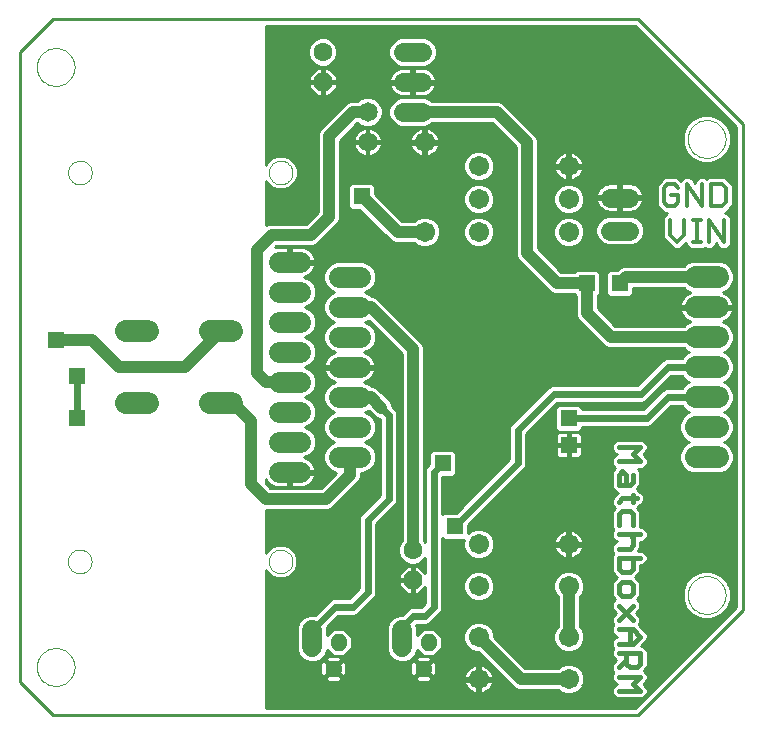
<source format=gtl>
G75*
G70*
%OFA0B0*%
%FSLAX24Y24*%
%IPPOS*%
%LPD*%
%AMOC8*
5,1,8,0,0,1.08239X$1,22.5*
%
%ADD10C,0.0100*%
%ADD11C,0.0000*%
%ADD12C,0.0150*%
%ADD13C,0.0130*%
%ADD14C,0.0112*%
%ADD15C,0.0640*%
%ADD16C,0.0650*%
%ADD17OC8,0.0630*%
%ADD18C,0.0630*%
%ADD19C,0.0712*%
%ADD20C,0.0673*%
%ADD21C,0.0740*%
%ADD22C,0.0400*%
%ADD23R,0.0560X0.0560*%
%ADD24C,0.0240*%
%ADD25C,0.0660*%
D10*
X006033Y006400D02*
X007133Y005300D01*
X026633Y005300D01*
X030133Y008800D01*
X030133Y025000D01*
X026633Y028500D01*
X007133Y028500D01*
X006033Y027400D01*
X006033Y006400D01*
X014233Y006384D02*
X020860Y006384D01*
X020859Y006386D02*
X020882Y006313D01*
X020917Y006245D01*
X020962Y006183D01*
X021016Y006129D01*
X021078Y006084D01*
X021147Y006049D01*
X021219Y006025D01*
X021283Y006015D01*
X021283Y006450D01*
X020849Y006450D01*
X020859Y006386D01*
X020897Y006285D02*
X014233Y006285D01*
X014233Y006187D02*
X020960Y006187D01*
X021073Y006088D02*
X014233Y006088D01*
X014233Y005990D02*
X025787Y005990D01*
X025801Y005958D02*
X025870Y005889D01*
X025960Y005851D01*
X026768Y005851D01*
X026858Y005889D01*
X026927Y005958D01*
X026964Y006048D01*
X026964Y006145D01*
X026927Y006235D01*
X026858Y006304D01*
X026829Y006333D01*
X026927Y006431D01*
X026964Y006521D01*
X026964Y006619D01*
X026927Y006709D01*
X026858Y006778D01*
X026843Y006784D01*
X026858Y006799D01*
X026927Y006868D01*
X026964Y006958D01*
X026964Y007411D01*
X026927Y007501D01*
X026858Y007570D01*
X026768Y007607D01*
X026755Y007607D01*
X026927Y007778D01*
X026964Y007868D01*
X026964Y007966D01*
X026927Y008056D01*
X026858Y008125D01*
X026669Y008313D01*
X026690Y008333D01*
X026727Y008423D01*
X026727Y008521D01*
X026690Y008611D01*
X026592Y008709D01*
X026690Y008807D01*
X026727Y008897D01*
X026727Y008995D01*
X026690Y009085D01*
X026621Y009154D01*
X026606Y009160D01*
X026621Y009175D01*
X026690Y009244D01*
X026727Y009334D01*
X026727Y009668D01*
X026711Y009706D01*
X026690Y009758D01*
X026690Y009758D01*
X026688Y009759D01*
X026621Y009827D01*
X026621Y009827D01*
X026571Y009876D01*
X026571Y009876D01*
X026551Y009897D01*
X026621Y009967D01*
X026690Y010035D01*
X026727Y010126D01*
X026727Y010285D01*
X026768Y010285D01*
X026858Y010322D01*
X026927Y010391D01*
X026964Y010481D01*
X026964Y010578D01*
X026927Y010668D01*
X026858Y010737D01*
X026768Y010775D01*
X026637Y010775D01*
X026690Y010827D01*
X026727Y010917D01*
X026727Y011076D01*
X026768Y011076D01*
X026858Y011114D01*
X026927Y011183D01*
X026964Y011273D01*
X026964Y011370D01*
X026927Y011460D01*
X026858Y011529D01*
X026768Y011566D01*
X026717Y011566D01*
X026727Y011591D01*
X026727Y012044D01*
X026711Y012082D01*
X026690Y012134D01*
X026688Y012135D01*
X026624Y012200D01*
X026690Y012266D01*
X026704Y012301D01*
X026739Y012315D01*
X026808Y012384D01*
X026846Y012474D01*
X026846Y012572D01*
X026808Y012662D01*
X026739Y012731D01*
X026704Y012745D01*
X026690Y012780D01*
X026621Y012849D01*
X026606Y012855D01*
X026690Y012939D01*
X026727Y013029D01*
X026727Y013363D01*
X026690Y013453D01*
X026637Y013506D01*
X026768Y013506D01*
X026858Y013544D01*
X026927Y013612D01*
X026964Y013703D01*
X026964Y013800D01*
X026927Y013890D01*
X026858Y013959D01*
X026829Y013988D01*
X026927Y014086D01*
X026964Y014176D01*
X026964Y014274D01*
X026927Y014364D01*
X026858Y014433D01*
X026768Y014470D01*
X026670Y014470D01*
X025960Y014470D01*
X025870Y014433D01*
X025801Y014364D01*
X025763Y014274D01*
X025763Y014176D01*
X025801Y014086D01*
X025870Y014017D01*
X025940Y013988D01*
X025870Y013959D01*
X025801Y013890D01*
X025763Y013800D01*
X025763Y013703D01*
X025801Y013612D01*
X025870Y013544D01*
X025885Y013537D01*
X025801Y013453D01*
X025763Y013363D01*
X025763Y012911D01*
X025801Y012821D01*
X025870Y012752D01*
X025960Y012714D01*
X025972Y012714D01*
X025919Y012662D01*
X025919Y012662D01*
X025801Y012543D01*
X025763Y012453D01*
X025763Y012356D01*
X025801Y012266D01*
X025867Y012200D01*
X025801Y012134D01*
X025763Y012044D01*
X025763Y011591D01*
X025801Y011501D01*
X025821Y011481D01*
X025801Y011460D01*
X025763Y011370D01*
X025763Y011273D01*
X025801Y011183D01*
X025870Y011114D01*
X025940Y011085D01*
X025870Y011055D01*
X025801Y010986D01*
X025763Y010896D01*
X025763Y010799D01*
X025801Y010709D01*
X025821Y010689D01*
X025801Y010668D01*
X025763Y010578D01*
X025763Y010126D01*
X025801Y010035D01*
X025870Y009967D01*
X025919Y009917D01*
X025939Y009897D01*
X025801Y009758D01*
X025763Y009668D01*
X025763Y009334D01*
X025801Y009244D01*
X025870Y009175D01*
X025885Y009160D01*
X025870Y009154D01*
X025801Y009085D01*
X025763Y008995D01*
X025763Y008897D01*
X025801Y008807D01*
X025899Y008709D01*
X025801Y008611D01*
X025763Y008521D01*
X025763Y008423D01*
X025801Y008333D01*
X025821Y008313D01*
X025801Y008293D01*
X025763Y008203D01*
X025763Y008105D01*
X025801Y008015D01*
X025870Y007946D01*
X025940Y007917D01*
X025870Y007888D01*
X025801Y007819D01*
X025763Y007729D01*
X025763Y007631D01*
X025801Y007541D01*
X025821Y007521D01*
X025801Y007501D01*
X025763Y007411D01*
X025763Y007313D01*
X025801Y007223D01*
X025870Y007154D01*
X025911Y007137D01*
X025801Y007027D01*
X025763Y006937D01*
X025763Y006840D01*
X025801Y006750D01*
X025821Y006729D01*
X025801Y006709D01*
X025763Y006619D01*
X025763Y006521D01*
X025801Y006431D01*
X025870Y006362D01*
X025940Y006333D01*
X025870Y006304D01*
X025801Y006235D01*
X025763Y006145D01*
X025763Y006048D01*
X025801Y005958D01*
X025867Y005891D02*
X014233Y005891D01*
X014233Y005793D02*
X026815Y005793D01*
X026860Y005891D02*
X026913Y005891D01*
X026940Y005990D02*
X027012Y005990D01*
X026964Y006088D02*
X027110Y006088D01*
X027209Y006187D02*
X026947Y006187D01*
X026877Y006285D02*
X027307Y006285D01*
X027406Y006384D02*
X026879Y006384D01*
X026948Y006482D02*
X027504Y006482D01*
X027603Y006581D02*
X026964Y006581D01*
X026939Y006679D02*
X027701Y006679D01*
X027800Y006778D02*
X026858Y006778D01*
X026858Y006799D02*
X026858Y006799D01*
X026930Y006876D02*
X027898Y006876D01*
X027997Y006975D02*
X026964Y006975D01*
X026964Y007073D02*
X028095Y007073D01*
X028194Y007172D02*
X026964Y007172D01*
X026964Y007270D02*
X028292Y007270D01*
X028391Y007369D02*
X026964Y007369D01*
X026941Y007467D02*
X028489Y007467D01*
X028588Y007566D02*
X026862Y007566D01*
X026812Y007664D02*
X028686Y007664D01*
X028785Y007763D02*
X026911Y007763D01*
X026961Y007861D02*
X028883Y007861D01*
X028982Y007960D02*
X026964Y007960D01*
X026924Y008058D02*
X029080Y008058D01*
X029179Y008157D02*
X026826Y008157D01*
X026727Y008255D02*
X029277Y008255D01*
X029376Y008354D02*
X026698Y008354D01*
X026727Y008452D02*
X029474Y008452D01*
X029573Y008551D02*
X029214Y008551D01*
X029092Y008500D02*
X029386Y008622D01*
X029611Y008847D01*
X029733Y009141D01*
X029733Y009459D01*
X029611Y009753D01*
X029386Y009978D01*
X029092Y010100D01*
X028774Y010100D01*
X028480Y009978D01*
X028255Y009753D01*
X028133Y009459D01*
X028133Y009141D01*
X028255Y008847D01*
X028480Y008622D01*
X028774Y008500D01*
X029092Y008500D01*
X029414Y008649D02*
X029671Y008649D01*
X029770Y008748D02*
X029512Y008748D01*
X029611Y008846D02*
X029868Y008846D01*
X029913Y008891D02*
X026542Y005520D01*
X014233Y005520D01*
X014233Y010137D01*
X014249Y010099D01*
X014408Y009940D01*
X014615Y009854D01*
X014839Y009854D01*
X015046Y009940D01*
X015205Y010099D01*
X015291Y010306D01*
X015291Y010530D01*
X015205Y010737D01*
X015046Y010896D01*
X014839Y010982D01*
X014615Y010982D01*
X014408Y010896D01*
X014249Y010737D01*
X014233Y010699D01*
X014233Y012130D01*
X016307Y012130D01*
X016443Y012186D01*
X017243Y012986D01*
X017347Y013090D01*
X017403Y013226D01*
X017403Y013374D01*
X017494Y013374D01*
X017688Y013454D01*
X017836Y013602D01*
X017916Y013795D01*
X017916Y014005D01*
X017836Y014198D01*
X017688Y014346D01*
X017558Y014400D01*
X017688Y014454D01*
X017836Y014602D01*
X017916Y014795D01*
X017916Y015005D01*
X017836Y015198D01*
X017688Y015346D01*
X017558Y015400D01*
X017665Y015445D01*
X017874Y015236D01*
X018010Y015180D01*
X018043Y015180D01*
X018043Y015180D01*
X018043Y012620D01*
X017387Y011964D01*
X017343Y011858D01*
X017343Y009520D01*
X017013Y009190D01*
X016476Y009190D01*
X016369Y009146D01*
X015870Y008646D01*
X015680Y008646D01*
X015497Y008570D01*
X015356Y008430D01*
X015280Y008246D01*
X015280Y007454D01*
X015356Y007270D01*
X014233Y007270D01*
X014233Y007172D02*
X015455Y007172D01*
X015497Y007130D02*
X015680Y007054D01*
X015879Y007054D01*
X016063Y007130D01*
X016204Y007270D01*
X016280Y007454D01*
X016280Y007478D01*
X016477Y007280D01*
X016850Y007280D01*
X017114Y007544D01*
X017114Y007917D01*
X016850Y008180D01*
X016477Y008180D01*
X016280Y007983D01*
X016280Y008236D01*
X016653Y008610D01*
X017191Y008610D01*
X017298Y008654D01*
X017379Y008736D01*
X017879Y009236D01*
X017923Y009342D01*
X017923Y011680D01*
X018498Y012254D01*
X018579Y012336D01*
X018623Y012442D01*
X018623Y015358D01*
X018579Y015464D01*
X018453Y015590D01*
X018453Y015624D01*
X018397Y015760D01*
X018047Y016110D01*
X017943Y016214D01*
X017807Y016270D01*
X017764Y016270D01*
X017688Y016346D01*
X017527Y016413D01*
X017584Y016431D01*
X017655Y016467D01*
X017719Y016514D01*
X017776Y016570D01*
X017823Y016635D01*
X017859Y016706D01*
X017883Y016781D01*
X017894Y016850D01*
X017083Y016850D01*
X017083Y016950D01*
X017894Y016950D01*
X017883Y017019D01*
X017859Y017094D01*
X017823Y017165D01*
X017776Y017230D01*
X017719Y017286D01*
X017655Y017333D01*
X017584Y017369D01*
X017527Y017387D01*
X017688Y017454D01*
X017836Y017602D01*
X017916Y017795D01*
X017916Y018005D01*
X017836Y018198D01*
X017688Y018346D01*
X017558Y018400D01*
X017665Y018445D01*
X018763Y017347D01*
X018763Y011116D01*
X018722Y011075D01*
X018648Y010896D01*
X018648Y010704D01*
X018722Y010525D01*
X018859Y010389D01*
X019037Y010315D01*
X019230Y010315D01*
X019408Y010389D01*
X019543Y010524D01*
X019543Y010048D01*
X019326Y010265D01*
X019163Y010265D01*
X019163Y009830D01*
X019103Y009830D01*
X019103Y009770D01*
X018668Y009770D01*
X018668Y009607D01*
X018941Y009335D01*
X019103Y009335D01*
X019103Y009770D01*
X019163Y009770D01*
X019163Y009335D01*
X019326Y009335D01*
X019543Y009552D01*
X019543Y009020D01*
X019413Y008890D01*
X019076Y008890D01*
X018969Y008846D01*
X018770Y008646D01*
X018680Y008646D01*
X018497Y008570D01*
X018356Y008430D01*
X018280Y008246D01*
X018280Y007454D01*
X018356Y007270D01*
X016671Y007270D01*
X016665Y007276D02*
X016309Y007276D01*
X016204Y007172D01*
X016487Y006889D01*
X016770Y007172D01*
X016665Y007276D01*
X016770Y007172D02*
X018455Y007172D01*
X018497Y007130D02*
X018680Y007054D01*
X018879Y007054D01*
X019063Y007130D01*
X019204Y007270D01*
X019280Y007454D01*
X019280Y007478D01*
X019477Y007280D01*
X019850Y007280D01*
X020114Y007544D01*
X020114Y007917D01*
X019850Y008180D01*
X019477Y008180D01*
X019280Y007983D01*
X019280Y008246D01*
X019253Y008310D01*
X019253Y008310D01*
X019591Y008310D01*
X019698Y008354D01*
X019779Y008436D01*
X020079Y008736D01*
X020123Y008842D01*
X020123Y011210D01*
X020183Y011150D01*
X020847Y011150D01*
X020827Y011101D01*
X020827Y010899D01*
X020904Y010713D01*
X021046Y010571D01*
X021233Y010493D01*
X021434Y010493D01*
X021620Y010571D01*
X021763Y010713D01*
X021840Y010899D01*
X021840Y011101D01*
X021763Y011287D01*
X021620Y011429D01*
X021434Y011507D01*
X021233Y011507D01*
X021046Y011429D01*
X020983Y011366D01*
X020983Y011640D01*
X022798Y013454D01*
X022879Y013536D01*
X022923Y013642D01*
X022923Y014680D01*
X023953Y015710D01*
X026791Y015710D01*
X026898Y015754D01*
X027753Y016610D01*
X028099Y016610D01*
X028106Y016594D01*
X028257Y016442D01*
X028359Y016400D01*
X028257Y016358D01*
X028106Y016206D01*
X028099Y016190D01*
X027576Y016190D01*
X027469Y016146D01*
X027387Y016064D01*
X026813Y015490D01*
X024783Y015490D01*
X024783Y015550D01*
X024684Y015650D01*
X023983Y015650D01*
X023883Y015550D01*
X023883Y014850D01*
X023983Y014750D01*
X024684Y014750D01*
X024783Y014850D01*
X024783Y014910D01*
X026991Y014910D01*
X027098Y014954D01*
X027753Y015610D01*
X028099Y015610D01*
X028106Y015594D01*
X028257Y015442D01*
X028359Y015400D01*
X028257Y015358D01*
X028106Y015206D01*
X028023Y015007D01*
X028023Y014793D01*
X028106Y014594D01*
X028257Y014442D01*
X028359Y014400D01*
X028257Y014358D01*
X028106Y014206D01*
X028023Y014007D01*
X028023Y013793D01*
X028106Y013594D01*
X028257Y013442D01*
X028456Y013360D01*
X029411Y013360D01*
X029609Y013442D01*
X029761Y013594D01*
X029843Y013793D01*
X029843Y014007D01*
X029761Y014206D01*
X029609Y014358D01*
X029507Y014400D01*
X029609Y014442D01*
X029761Y014594D01*
X029843Y014793D01*
X029843Y015007D01*
X029761Y015206D01*
X029609Y015358D01*
X029507Y015400D01*
X029609Y015442D01*
X029761Y015594D01*
X029843Y015793D01*
X029843Y016007D01*
X029761Y016206D01*
X029609Y016358D01*
X029507Y016400D01*
X029609Y016442D01*
X029761Y016594D01*
X029843Y016793D01*
X029843Y017007D01*
X029761Y017206D01*
X029609Y017358D01*
X029507Y017400D01*
X029609Y017442D01*
X029761Y017594D01*
X029843Y017793D01*
X029843Y018007D01*
X029761Y018206D01*
X029609Y018358D01*
X029481Y018411D01*
X029503Y018418D01*
X029576Y018455D01*
X029642Y018503D01*
X029700Y018561D01*
X029748Y018627D01*
X029785Y018700D01*
X029811Y018778D01*
X029822Y018850D01*
X029303Y018850D01*
X029303Y018950D01*
X029822Y018950D01*
X029811Y019022D01*
X029785Y019100D01*
X029748Y019173D01*
X029700Y019239D01*
X029642Y019297D01*
X029576Y019345D01*
X029503Y019382D01*
X029481Y019389D01*
X029609Y019442D01*
X029761Y019594D01*
X029843Y019793D01*
X029843Y020007D01*
X029761Y020206D01*
X029609Y020358D01*
X029411Y020440D01*
X028456Y020440D01*
X028257Y020358D01*
X028170Y020270D01*
X026160Y020270D01*
X026024Y020214D01*
X025960Y020150D01*
X025683Y020150D01*
X025583Y020050D01*
X025583Y019350D01*
X025683Y019250D01*
X026384Y019250D01*
X026483Y019350D01*
X026483Y019530D01*
X028170Y019530D01*
X028257Y019442D01*
X028386Y019389D01*
X028364Y019382D01*
X028291Y019345D01*
X028225Y019297D01*
X028167Y019239D01*
X028119Y019173D01*
X028081Y019100D01*
X028056Y019022D01*
X028045Y018950D01*
X028563Y018950D01*
X028563Y018850D01*
X028045Y018850D01*
X028056Y018778D01*
X028081Y018700D01*
X028119Y018627D01*
X028167Y018561D01*
X028225Y018503D01*
X028291Y018455D01*
X028364Y018418D01*
X028386Y018411D01*
X028257Y018358D01*
X028170Y018270D01*
X025887Y018270D01*
X025303Y018853D01*
X025303Y019270D01*
X025383Y019350D01*
X025383Y020050D01*
X025284Y020150D01*
X024583Y020150D01*
X024503Y020070D01*
X024087Y020070D01*
X023303Y020853D01*
X023303Y024474D01*
X023247Y024610D01*
X023143Y024714D01*
X022143Y025714D01*
X022007Y025770D01*
X019776Y025770D01*
X019731Y025815D01*
X019551Y025890D01*
X018716Y025890D01*
X018536Y025815D01*
X018398Y025678D01*
X018323Y025497D01*
X018323Y025303D01*
X018398Y025122D01*
X018536Y024985D01*
X018716Y024910D01*
X019551Y024910D01*
X019731Y024985D01*
X019776Y025030D01*
X021780Y025030D01*
X022563Y024247D01*
X022563Y020626D01*
X022620Y020490D01*
X023620Y019490D01*
X023724Y019386D01*
X023860Y019330D01*
X024503Y019330D01*
X024563Y019270D01*
X024563Y018626D01*
X024620Y018490D01*
X025420Y017690D01*
X025524Y017586D01*
X025660Y017530D01*
X028170Y017530D01*
X028257Y017442D01*
X028359Y017400D01*
X028257Y017358D01*
X028106Y017206D01*
X028099Y017190D01*
X027576Y017190D01*
X027469Y017146D01*
X027387Y017064D01*
X026613Y016290D01*
X023776Y016290D01*
X023669Y016246D01*
X023587Y016164D01*
X022387Y014964D01*
X022343Y014858D01*
X022343Y013820D01*
X020573Y012050D01*
X020183Y012050D01*
X020123Y011990D01*
X020123Y013250D01*
X020484Y013250D01*
X020583Y013350D01*
X020583Y014050D01*
X020484Y014150D01*
X019783Y014150D01*
X019683Y014050D01*
X019683Y013660D01*
X019587Y013564D01*
X019543Y013458D01*
X019543Y011076D01*
X019503Y011116D01*
X019503Y017574D01*
X019447Y017710D01*
X018047Y019110D01*
X017943Y019214D01*
X017807Y019270D01*
X017764Y019270D01*
X017688Y019346D01*
X017558Y019400D01*
X017688Y019454D01*
X017836Y019602D01*
X017916Y019795D01*
X017916Y020005D01*
X017836Y020198D01*
X017688Y020346D01*
X017494Y020426D01*
X016572Y020426D01*
X016379Y020346D01*
X016231Y020198D01*
X016151Y020005D01*
X016151Y019795D01*
X016231Y019602D01*
X016379Y019454D01*
X016509Y019400D01*
X016379Y019346D01*
X016231Y019198D01*
X016151Y019005D01*
X016151Y018795D01*
X016231Y018602D01*
X016379Y018454D01*
X016509Y018400D01*
X016379Y018346D01*
X016231Y018198D01*
X016151Y018005D01*
X016151Y017795D01*
X016231Y017602D01*
X016379Y017454D01*
X016539Y017387D01*
X016483Y017369D01*
X016412Y017333D01*
X016347Y017286D01*
X016291Y017230D01*
X016244Y017165D01*
X016208Y017094D01*
X016183Y017019D01*
X016173Y016950D01*
X016983Y016950D01*
X016983Y016850D01*
X016173Y016850D01*
X016183Y016781D01*
X016208Y016706D01*
X016244Y016635D01*
X016291Y016570D01*
X016347Y016514D01*
X016412Y016467D01*
X016483Y016431D01*
X016539Y016413D01*
X016379Y016346D01*
X016231Y016198D01*
X016151Y016005D01*
X016151Y015795D01*
X016231Y015602D01*
X016379Y015454D01*
X016509Y015400D01*
X016379Y015346D01*
X016231Y015198D01*
X016151Y015005D01*
X016151Y014795D01*
X016231Y014602D01*
X016379Y014454D01*
X016509Y014400D01*
X016379Y014346D01*
X016231Y014198D01*
X016151Y014005D01*
X016151Y013795D01*
X016231Y013602D01*
X016379Y013454D01*
X016572Y013374D01*
X016584Y013374D01*
X016080Y012870D01*
X014387Y012870D01*
X014233Y013023D01*
X014233Y013156D01*
X014244Y013135D01*
X014291Y013070D01*
X014347Y013014D01*
X014412Y012967D01*
X014483Y012931D01*
X014559Y012906D01*
X014637Y012894D01*
X014983Y012894D01*
X014983Y013350D01*
X015083Y013350D01*
X015083Y012894D01*
X015429Y012894D01*
X015508Y012906D01*
X015584Y012931D01*
X015655Y012967D01*
X015719Y013014D01*
X015776Y013070D01*
X015823Y013135D01*
X015859Y013206D01*
X015883Y013281D01*
X015894Y013350D01*
X015083Y013350D01*
X015083Y013450D01*
X015894Y013450D01*
X015883Y013519D01*
X015859Y013594D01*
X015823Y013665D01*
X015776Y013730D01*
X015719Y013786D01*
X015655Y013833D01*
X015584Y013869D01*
X015527Y013887D01*
X015688Y013954D01*
X015836Y014102D01*
X015916Y014295D01*
X015916Y014505D01*
X015836Y014698D01*
X015688Y014846D01*
X015558Y014900D01*
X015688Y014954D01*
X015836Y015102D01*
X015916Y015295D01*
X015916Y015505D01*
X015836Y015698D01*
X015688Y015846D01*
X015558Y015900D01*
X015688Y015954D01*
X015836Y016102D01*
X015916Y016295D01*
X015916Y016505D01*
X015836Y016698D01*
X015688Y016846D01*
X015558Y016900D01*
X015688Y016954D01*
X015836Y017102D01*
X015916Y017295D01*
X015916Y017505D01*
X015836Y017698D01*
X015688Y017846D01*
X015558Y017900D01*
X015688Y017954D01*
X015836Y018102D01*
X015916Y018295D01*
X015916Y018505D01*
X015836Y018698D01*
X015688Y018846D01*
X015558Y018900D01*
X015688Y018954D01*
X015836Y019102D01*
X015916Y019295D01*
X015916Y019505D01*
X015836Y019698D01*
X015688Y019846D01*
X015527Y019913D01*
X015584Y019931D01*
X015655Y019967D01*
X015719Y020014D01*
X015776Y020070D01*
X015823Y020135D01*
X015859Y020206D01*
X015883Y020281D01*
X015894Y020350D01*
X015083Y020350D01*
X015083Y020450D01*
X014983Y020450D01*
X014983Y020906D01*
X014637Y020906D01*
X014559Y020894D01*
X014546Y020890D01*
X014587Y020930D01*
X015807Y020930D01*
X015943Y020986D01*
X016543Y021586D01*
X016647Y021690D01*
X016703Y021826D01*
X016703Y024447D01*
X017287Y025030D01*
X017303Y025030D01*
X017353Y024980D01*
X017535Y024905D01*
X017732Y024905D01*
X017914Y024980D01*
X018053Y025120D01*
X018128Y025302D01*
X018128Y025498D01*
X018053Y025680D01*
X017914Y025820D01*
X017732Y025895D01*
X017535Y025895D01*
X017353Y025820D01*
X017303Y025770D01*
X017060Y025770D01*
X016924Y025714D01*
X016820Y025610D01*
X016020Y024810D01*
X015963Y024674D01*
X015963Y022053D01*
X015580Y021670D01*
X014360Y021670D01*
X014233Y021618D01*
X014233Y023114D01*
X014255Y023063D01*
X014413Y022904D01*
X014620Y022818D01*
X014845Y022818D01*
X015052Y022904D01*
X015210Y023063D01*
X015296Y023270D01*
X015296Y023494D01*
X015210Y023701D01*
X015052Y023860D01*
X014845Y023946D01*
X014620Y023946D01*
X014413Y023860D01*
X014255Y023701D01*
X014233Y023650D01*
X014233Y028280D01*
X026542Y028280D01*
X029913Y024909D01*
X029913Y008891D01*
X029913Y008945D02*
X029652Y008945D01*
X029693Y009043D02*
X029913Y009043D01*
X029913Y009142D02*
X029733Y009142D01*
X029733Y009240D02*
X029913Y009240D01*
X029913Y009339D02*
X029733Y009339D01*
X029733Y009437D02*
X029913Y009437D01*
X029913Y009536D02*
X029702Y009536D01*
X029661Y009634D02*
X029913Y009634D01*
X029913Y009733D02*
X029620Y009733D01*
X029534Y009831D02*
X029913Y009831D01*
X029913Y009930D02*
X029435Y009930D01*
X029266Y010028D02*
X029913Y010028D01*
X029913Y010127D02*
X026727Y010127D01*
X026727Y010225D02*
X029913Y010225D01*
X029913Y010324D02*
X026859Y010324D01*
X026940Y010422D02*
X029913Y010422D01*
X029913Y010521D02*
X026964Y010521D01*
X026947Y010619D02*
X029913Y010619D01*
X029913Y010718D02*
X026877Y010718D01*
X026678Y010816D02*
X029913Y010816D01*
X029913Y010915D02*
X026726Y010915D01*
X026727Y011013D02*
X029913Y011013D01*
X029913Y011112D02*
X026852Y011112D01*
X026938Y011210D02*
X029913Y011210D01*
X029913Y011309D02*
X026964Y011309D01*
X026949Y011407D02*
X029913Y011407D01*
X029913Y011506D02*
X026881Y011506D01*
X026727Y011604D02*
X029913Y011604D01*
X029913Y011703D02*
X026727Y011703D01*
X026727Y011801D02*
X029913Y011801D01*
X029913Y011900D02*
X026727Y011900D01*
X026727Y011998D02*
X029913Y011998D01*
X029913Y012097D02*
X026705Y012097D01*
X026690Y012134D02*
X026690Y012134D01*
X026628Y012195D02*
X029913Y012195D01*
X029913Y012294D02*
X026701Y012294D01*
X026812Y012392D02*
X029913Y012392D01*
X029913Y012491D02*
X026846Y012491D01*
X026838Y012589D02*
X029913Y012589D01*
X029913Y012688D02*
X026782Y012688D01*
X026684Y012786D02*
X029913Y012786D01*
X029913Y012885D02*
X026635Y012885D01*
X026708Y012983D02*
X029913Y012983D01*
X029913Y013082D02*
X026727Y013082D01*
X026727Y013180D02*
X029913Y013180D01*
X029913Y013279D02*
X026727Y013279D01*
X026721Y013377D02*
X028415Y013377D01*
X028224Y013476D02*
X026668Y013476D01*
X026888Y013574D02*
X028126Y013574D01*
X028073Y013673D02*
X026952Y013673D01*
X026964Y013771D02*
X028032Y013771D01*
X028023Y013870D02*
X026935Y013870D01*
X026849Y013968D02*
X028023Y013968D01*
X028048Y014067D02*
X026907Y014067D01*
X026959Y014165D02*
X028089Y014165D01*
X028163Y014264D02*
X026964Y014264D01*
X026927Y014362D02*
X028268Y014362D01*
X028239Y014461D02*
X026791Y014461D01*
X027095Y014953D02*
X028023Y014953D01*
X028023Y014855D02*
X024783Y014855D01*
X024690Y014756D02*
X028038Y014756D01*
X028079Y014658D02*
X024742Y014658D01*
X024733Y014672D02*
X024705Y014700D01*
X024671Y014720D01*
X024633Y014730D01*
X024362Y014730D01*
X024362Y014329D01*
X024305Y014329D01*
X024305Y014730D01*
X024034Y014730D01*
X023995Y014720D01*
X023961Y014700D01*
X023933Y014672D01*
X023914Y014638D01*
X023903Y014600D01*
X023903Y014329D01*
X024305Y014329D01*
X024305Y014271D01*
X024362Y014271D01*
X024362Y013870D01*
X024633Y013870D01*
X024671Y013880D01*
X024705Y013900D01*
X024733Y013928D01*
X024753Y013962D01*
X024763Y014000D01*
X024763Y014271D01*
X024362Y014271D01*
X024362Y014329D01*
X024763Y014329D01*
X024763Y014600D01*
X024753Y014638D01*
X024733Y014672D01*
X024763Y014559D02*
X028141Y014559D01*
X028042Y015052D02*
X027195Y015052D01*
X027293Y015150D02*
X028082Y015150D01*
X028148Y015249D02*
X027392Y015249D01*
X027490Y015347D02*
X028247Y015347D01*
X028254Y015446D02*
X027589Y015446D01*
X027687Y015544D02*
X028156Y015544D01*
X028133Y016234D02*
X027377Y016234D01*
X027458Y016135D02*
X027278Y016135D01*
X027360Y016037D02*
X027180Y016037D01*
X027261Y015938D02*
X027081Y015938D01*
X027163Y015840D02*
X026983Y015840D01*
X027064Y015741D02*
X026866Y015741D01*
X026966Y015643D02*
X024691Y015643D01*
X024783Y015544D02*
X026867Y015544D01*
X026655Y016332D02*
X019503Y016332D01*
X019503Y016234D02*
X023657Y016234D01*
X023558Y016135D02*
X019503Y016135D01*
X019503Y016037D02*
X023460Y016037D01*
X023361Y015938D02*
X019503Y015938D01*
X019503Y015840D02*
X023263Y015840D01*
X023164Y015741D02*
X019503Y015741D01*
X019503Y015643D02*
X023066Y015643D01*
X022967Y015544D02*
X019503Y015544D01*
X019503Y015446D02*
X022869Y015446D01*
X022770Y015347D02*
X019503Y015347D01*
X019503Y015249D02*
X022672Y015249D01*
X022573Y015150D02*
X019503Y015150D01*
X019503Y015052D02*
X022475Y015052D01*
X022383Y014953D02*
X019503Y014953D01*
X019503Y014855D02*
X022343Y014855D01*
X022343Y014756D02*
X019503Y014756D01*
X019503Y014658D02*
X022343Y014658D01*
X022343Y014559D02*
X019503Y014559D01*
X019503Y014461D02*
X022343Y014461D01*
X022343Y014362D02*
X019503Y014362D01*
X019503Y014264D02*
X022343Y014264D01*
X022343Y014165D02*
X019503Y014165D01*
X019503Y014067D02*
X019699Y014067D01*
X019683Y013968D02*
X019503Y013968D01*
X019503Y013870D02*
X019683Y013870D01*
X019683Y013771D02*
X019503Y013771D01*
X019503Y013673D02*
X019683Y013673D01*
X019597Y013574D02*
X019503Y013574D01*
X019503Y013476D02*
X019551Y013476D01*
X019543Y013377D02*
X019503Y013377D01*
X019503Y013279D02*
X019543Y013279D01*
X019543Y013180D02*
X019503Y013180D01*
X019503Y013082D02*
X019543Y013082D01*
X019543Y012983D02*
X019503Y012983D01*
X019503Y012885D02*
X019543Y012885D01*
X019543Y012786D02*
X019503Y012786D01*
X019503Y012688D02*
X019543Y012688D01*
X019543Y012589D02*
X019503Y012589D01*
X019503Y012491D02*
X019543Y012491D01*
X019543Y012392D02*
X019503Y012392D01*
X019503Y012294D02*
X019543Y012294D01*
X019543Y012195D02*
X019503Y012195D01*
X019503Y012097D02*
X019543Y012097D01*
X019543Y011998D02*
X019503Y011998D01*
X019503Y011900D02*
X019543Y011900D01*
X019543Y011801D02*
X019503Y011801D01*
X019503Y011703D02*
X019543Y011703D01*
X019543Y011604D02*
X019503Y011604D01*
X019503Y011506D02*
X019543Y011506D01*
X019543Y011407D02*
X019503Y011407D01*
X019503Y011309D02*
X019543Y011309D01*
X019543Y011210D02*
X019503Y011210D01*
X019508Y011112D02*
X019543Y011112D01*
X020123Y011112D02*
X020831Y011112D01*
X020827Y011013D02*
X020123Y011013D01*
X020123Y010915D02*
X020827Y010915D01*
X020861Y010816D02*
X020123Y010816D01*
X020123Y010718D02*
X020902Y010718D01*
X020998Y010619D02*
X020123Y010619D01*
X020123Y010521D02*
X021167Y010521D01*
X021499Y010521D02*
X024251Y010521D01*
X024219Y010525D02*
X024283Y010515D01*
X024283Y010950D01*
X023849Y010950D01*
X023859Y010886D01*
X023882Y010813D01*
X023917Y010745D01*
X023962Y010683D01*
X024016Y010629D01*
X024078Y010584D01*
X024147Y010549D01*
X024219Y010525D01*
X024283Y010521D02*
X024383Y010521D01*
X024383Y010515D02*
X024447Y010525D01*
X024520Y010549D01*
X024588Y010584D01*
X024650Y010629D01*
X024704Y010683D01*
X024749Y010745D01*
X024784Y010813D01*
X024808Y010886D01*
X024818Y010950D01*
X024383Y010950D01*
X024383Y010515D01*
X024416Y010521D02*
X025763Y010521D01*
X025763Y010422D02*
X020123Y010422D01*
X020123Y010324D02*
X025763Y010324D01*
X025763Y010225D02*
X020123Y010225D01*
X020123Y010127D02*
X025763Y010127D01*
X025808Y010028D02*
X024622Y010028D01*
X024620Y010029D02*
X024434Y010107D01*
X024233Y010107D01*
X024046Y010029D01*
X023904Y009887D01*
X023827Y009701D01*
X023827Y009499D01*
X023904Y009313D01*
X023963Y009254D01*
X023963Y008246D01*
X023904Y008187D01*
X023827Y008001D01*
X023827Y007799D01*
X023904Y007613D01*
X024046Y007471D01*
X024233Y007393D01*
X024434Y007393D01*
X024620Y007471D01*
X024763Y007613D01*
X024840Y007799D01*
X024840Y008001D01*
X024763Y008187D01*
X024703Y008246D01*
X024703Y009254D01*
X024763Y009313D01*
X024840Y009499D01*
X024840Y009701D01*
X024763Y009887D01*
X024620Y010029D01*
X024720Y009930D02*
X025907Y009930D01*
X025919Y009917D02*
X025919Y009917D01*
X025870Y009967D02*
X025870Y009967D01*
X025874Y009831D02*
X024786Y009831D01*
X024827Y009733D02*
X025790Y009733D01*
X025763Y009634D02*
X024840Y009634D01*
X024840Y009536D02*
X025763Y009536D01*
X025763Y009437D02*
X024814Y009437D01*
X024773Y009339D02*
X025763Y009339D01*
X025804Y009240D02*
X024703Y009240D01*
X024703Y009142D02*
X025858Y009142D01*
X025870Y009175D02*
X025870Y009175D01*
X025783Y009043D02*
X024703Y009043D01*
X024703Y008945D02*
X025763Y008945D01*
X025784Y008846D02*
X024703Y008846D01*
X024703Y008748D02*
X025860Y008748D01*
X025839Y008649D02*
X024703Y008649D01*
X024703Y008551D02*
X025776Y008551D01*
X025763Y008452D02*
X024703Y008452D01*
X024703Y008354D02*
X025792Y008354D01*
X025785Y008255D02*
X024703Y008255D01*
X024775Y008157D02*
X025763Y008157D01*
X025783Y008058D02*
X024816Y008058D01*
X024840Y007960D02*
X025856Y007960D01*
X025843Y007861D02*
X024840Y007861D01*
X024825Y007763D02*
X025777Y007763D01*
X025763Y007664D02*
X024784Y007664D01*
X024715Y007566D02*
X025791Y007566D01*
X025787Y007467D02*
X024612Y007467D01*
X024434Y007007D02*
X024233Y007007D01*
X024046Y006929D01*
X023987Y006870D01*
X022887Y006870D01*
X021840Y007917D01*
X021840Y008001D01*
X021763Y008187D01*
X021620Y008329D01*
X021434Y008407D01*
X021233Y008407D01*
X021046Y008329D01*
X020904Y008187D01*
X020827Y008001D01*
X020827Y007799D01*
X020904Y007613D01*
X021046Y007471D01*
X021233Y007393D01*
X021317Y007393D01*
X022420Y006290D01*
X022524Y006186D01*
X022660Y006130D01*
X023987Y006130D01*
X024046Y006071D01*
X024233Y005993D01*
X024434Y005993D01*
X024620Y006071D01*
X024763Y006213D01*
X024840Y006399D01*
X024840Y006601D01*
X024763Y006787D01*
X024620Y006929D01*
X024434Y007007D01*
X024511Y006975D02*
X025779Y006975D01*
X025763Y006876D02*
X024674Y006876D01*
X024767Y006778D02*
X025789Y006778D01*
X025788Y006679D02*
X024807Y006679D01*
X024840Y006581D02*
X025763Y006581D01*
X025780Y006482D02*
X024840Y006482D01*
X024833Y006384D02*
X025849Y006384D01*
X025850Y006285D02*
X024793Y006285D01*
X024736Y006187D02*
X025780Y006187D01*
X025763Y006088D02*
X024638Y006088D01*
X024029Y006088D02*
X021594Y006088D01*
X021588Y006084D02*
X021650Y006129D01*
X021704Y006183D01*
X021749Y006245D01*
X021784Y006313D01*
X021808Y006386D01*
X021818Y006450D01*
X021383Y006450D01*
X021383Y006015D01*
X021447Y006025D01*
X021520Y006049D01*
X021588Y006084D01*
X021707Y006187D02*
X022524Y006187D01*
X022425Y006285D02*
X021770Y006285D01*
X021807Y006384D02*
X022327Y006384D01*
X022228Y006482D02*
X021383Y006482D01*
X021383Y006450D02*
X021383Y006550D01*
X021283Y006550D01*
X021283Y006450D01*
X021383Y006450D01*
X021383Y006384D02*
X021283Y006384D01*
X021283Y006482D02*
X019731Y006482D01*
X019770Y006521D02*
X019487Y006804D01*
X019529Y006846D01*
X019812Y006564D01*
X019917Y006668D01*
X019917Y007025D01*
X019812Y007129D01*
X019529Y006846D01*
X019487Y006889D01*
X019770Y007172D01*
X019665Y007276D01*
X019309Y007276D01*
X019204Y007172D01*
X019487Y006889D01*
X019444Y006846D01*
X019487Y006804D01*
X019204Y006521D01*
X019309Y006416D01*
X019665Y006416D01*
X019770Y006521D01*
X019795Y006581D02*
X019710Y006581D01*
X019697Y006679D02*
X019612Y006679D01*
X019598Y006778D02*
X019513Y006778D01*
X019460Y006778D02*
X019376Y006778D01*
X019444Y006846D02*
X019162Y006564D01*
X019057Y006668D01*
X019057Y007025D01*
X019162Y007129D01*
X019444Y006846D01*
X019415Y006876D02*
X019474Y006876D01*
X019500Y006876D02*
X019559Y006876D01*
X019573Y006975D02*
X019657Y006975D01*
X019671Y007073D02*
X019756Y007073D01*
X019770Y007172D02*
X021539Y007172D01*
X021440Y007270D02*
X019671Y007270D01*
X019868Y007073D02*
X021637Y007073D01*
X021736Y006975D02*
X021447Y006975D01*
X021383Y006985D01*
X021383Y006550D01*
X021818Y006550D01*
X021808Y006614D01*
X021784Y006687D01*
X021749Y006755D01*
X021704Y006817D01*
X021650Y006871D01*
X021588Y006916D01*
X021520Y006951D01*
X021447Y006975D01*
X021383Y006975D02*
X021283Y006975D01*
X021283Y006985D02*
X021219Y006975D01*
X019917Y006975D01*
X019917Y006876D02*
X021023Y006876D01*
X021016Y006871D02*
X020962Y006817D01*
X020917Y006755D01*
X020882Y006687D01*
X020859Y006614D01*
X020849Y006550D01*
X021283Y006550D01*
X021283Y006985D01*
X021219Y006975D02*
X021147Y006951D01*
X021078Y006916D01*
X021016Y006871D01*
X020934Y006778D02*
X019917Y006778D01*
X019917Y006679D02*
X020880Y006679D01*
X020853Y006581D02*
X019829Y006581D01*
X019362Y006679D02*
X019277Y006679D01*
X019263Y006581D02*
X019179Y006581D01*
X019145Y006581D02*
X016829Y006581D01*
X016812Y006564D02*
X016917Y006668D01*
X016917Y007025D01*
X016812Y007129D01*
X016529Y006846D01*
X016812Y006564D01*
X016795Y006581D02*
X016710Y006581D01*
X016770Y006521D02*
X016487Y006804D01*
X016529Y006846D01*
X016487Y006889D01*
X016444Y006846D01*
X016487Y006804D01*
X016204Y006521D01*
X016309Y006416D01*
X016665Y006416D01*
X016770Y006521D01*
X016731Y006482D02*
X019243Y006482D01*
X019057Y006679D02*
X016917Y006679D01*
X016917Y006778D02*
X019057Y006778D01*
X019057Y006876D02*
X016917Y006876D01*
X016917Y006975D02*
X019057Y006975D01*
X019105Y007073D02*
X018926Y007073D01*
X019105Y007172D02*
X019204Y007172D01*
X019203Y007270D02*
X019302Y007270D01*
X019244Y007369D02*
X019389Y007369D01*
X019291Y007467D02*
X019280Y007467D01*
X019303Y007073D02*
X019218Y007073D01*
X019316Y006975D02*
X019401Y006975D01*
X019938Y007369D02*
X021342Y007369D01*
X021055Y007467D02*
X020037Y007467D01*
X020114Y007566D02*
X020951Y007566D01*
X020883Y007664D02*
X020114Y007664D01*
X020114Y007763D02*
X020842Y007763D01*
X020827Y007861D02*
X020114Y007861D01*
X020071Y007960D02*
X020827Y007960D01*
X020851Y008058D02*
X019972Y008058D01*
X019874Y008157D02*
X020891Y008157D01*
X020972Y008255D02*
X019276Y008255D01*
X019280Y008157D02*
X019453Y008157D01*
X019355Y008058D02*
X019280Y008058D01*
X019696Y008354D02*
X021105Y008354D01*
X021562Y008354D02*
X023963Y008354D01*
X023963Y008452D02*
X019795Y008452D01*
X019894Y008551D02*
X023963Y008551D01*
X023963Y008649D02*
X019992Y008649D01*
X020084Y008748D02*
X023963Y008748D01*
X023963Y008846D02*
X020123Y008846D01*
X020123Y008945D02*
X023963Y008945D01*
X023963Y009043D02*
X020123Y009043D01*
X020123Y009142D02*
X021117Y009142D01*
X021046Y009171D02*
X021233Y009093D01*
X021434Y009093D01*
X021620Y009171D01*
X021763Y009313D01*
X021840Y009499D01*
X021840Y009701D01*
X021763Y009887D01*
X021620Y010029D01*
X021434Y010107D01*
X021233Y010107D01*
X021046Y010029D01*
X020904Y009887D01*
X020827Y009701D01*
X020827Y009499D01*
X020904Y009313D01*
X021046Y009171D01*
X020977Y009240D02*
X020123Y009240D01*
X020123Y009339D02*
X020893Y009339D01*
X020853Y009437D02*
X020123Y009437D01*
X020123Y009536D02*
X020827Y009536D01*
X020827Y009634D02*
X020123Y009634D01*
X020123Y009733D02*
X020840Y009733D01*
X020881Y009831D02*
X020123Y009831D01*
X020123Y009930D02*
X020946Y009930D01*
X021045Y010028D02*
X020123Y010028D01*
X019543Y010127D02*
X019464Y010127D01*
X019543Y010225D02*
X019366Y010225D01*
X019250Y010324D02*
X019543Y010324D01*
X019543Y010422D02*
X019441Y010422D01*
X019540Y010521D02*
X019543Y010521D01*
X019163Y010225D02*
X019103Y010225D01*
X019103Y010265D02*
X018941Y010265D01*
X018668Y009993D01*
X018668Y009830D01*
X019103Y009830D01*
X019103Y010265D01*
X019016Y010324D02*
X017923Y010324D01*
X017923Y010422D02*
X018825Y010422D01*
X018727Y010521D02*
X017923Y010521D01*
X017923Y010619D02*
X018683Y010619D01*
X018648Y010718D02*
X017923Y010718D01*
X017923Y010816D02*
X018648Y010816D01*
X018656Y010915D02*
X017923Y010915D01*
X017923Y011013D02*
X018697Y011013D01*
X018759Y011112D02*
X017923Y011112D01*
X017923Y011210D02*
X018763Y011210D01*
X018763Y011309D02*
X017923Y011309D01*
X017923Y011407D02*
X018763Y011407D01*
X018763Y011506D02*
X017923Y011506D01*
X017923Y011604D02*
X018763Y011604D01*
X018763Y011703D02*
X017946Y011703D01*
X018044Y011801D02*
X018763Y011801D01*
X018763Y011900D02*
X018143Y011900D01*
X018241Y011998D02*
X018763Y011998D01*
X018763Y012097D02*
X018340Y012097D01*
X018438Y012195D02*
X018763Y012195D01*
X018763Y012294D02*
X018537Y012294D01*
X018602Y012392D02*
X018763Y012392D01*
X018763Y012491D02*
X018623Y012491D01*
X018623Y012589D02*
X018763Y012589D01*
X018763Y012688D02*
X018623Y012688D01*
X018623Y012786D02*
X018763Y012786D01*
X018763Y012885D02*
X018623Y012885D01*
X018623Y012983D02*
X018763Y012983D01*
X018763Y013082D02*
X018623Y013082D01*
X018623Y013180D02*
X018763Y013180D01*
X018763Y013279D02*
X018623Y013279D01*
X018623Y013377D02*
X018763Y013377D01*
X018763Y013476D02*
X018623Y013476D01*
X018623Y013574D02*
X018763Y013574D01*
X018763Y013673D02*
X018623Y013673D01*
X018623Y013771D02*
X018763Y013771D01*
X018763Y013870D02*
X018623Y013870D01*
X018623Y013968D02*
X018763Y013968D01*
X018763Y014067D02*
X018623Y014067D01*
X018623Y014165D02*
X018763Y014165D01*
X018763Y014264D02*
X018623Y014264D01*
X018623Y014362D02*
X018763Y014362D01*
X018763Y014461D02*
X018623Y014461D01*
X018623Y014559D02*
X018763Y014559D01*
X018763Y014658D02*
X018623Y014658D01*
X018623Y014756D02*
X018763Y014756D01*
X018763Y014855D02*
X018623Y014855D01*
X018623Y014953D02*
X018763Y014953D01*
X018763Y015052D02*
X018623Y015052D01*
X018623Y015150D02*
X018763Y015150D01*
X018763Y015249D02*
X018623Y015249D01*
X018623Y015347D02*
X018763Y015347D01*
X018763Y015446D02*
X018587Y015446D01*
X018499Y015544D02*
X018763Y015544D01*
X018763Y015643D02*
X018445Y015643D01*
X018405Y015741D02*
X018763Y015741D01*
X018763Y015840D02*
X018317Y015840D01*
X018219Y015938D02*
X018763Y015938D01*
X018763Y016037D02*
X018120Y016037D01*
X018022Y016135D02*
X018763Y016135D01*
X018763Y016234D02*
X017895Y016234D01*
X017702Y016332D02*
X018763Y016332D01*
X018763Y016431D02*
X017583Y016431D01*
X017734Y016529D02*
X018763Y016529D01*
X018763Y016628D02*
X017817Y016628D01*
X017865Y016726D02*
X018763Y016726D01*
X018763Y016825D02*
X017890Y016825D01*
X017882Y017022D02*
X018763Y017022D01*
X018763Y017120D02*
X017846Y017120D01*
X017784Y017219D02*
X018763Y017219D01*
X018763Y017317D02*
X017677Y017317D01*
X017595Y017416D02*
X018695Y017416D01*
X018596Y017514D02*
X017748Y017514D01*
X017840Y017613D02*
X018498Y017613D01*
X018399Y017711D02*
X017881Y017711D01*
X017916Y017810D02*
X018301Y017810D01*
X018202Y017908D02*
X017916Y017908D01*
X017915Y018007D02*
X018104Y018007D01*
X018005Y018105D02*
X017874Y018105D01*
X017907Y018204D02*
X017830Y018204D01*
X017808Y018302D02*
X017732Y018302D01*
X017710Y018401D02*
X017559Y018401D01*
X018165Y018992D02*
X024563Y018992D01*
X024563Y019090D02*
X018067Y019090D01*
X018047Y019110D02*
X018047Y019110D01*
X017968Y019189D02*
X024563Y019189D01*
X024546Y019287D02*
X017747Y019287D01*
X017592Y019386D02*
X023726Y019386D01*
X023626Y019484D02*
X017718Y019484D01*
X017816Y019583D02*
X023528Y019583D01*
X023429Y019681D02*
X017868Y019681D01*
X017909Y019780D02*
X023331Y019780D01*
X023232Y019878D02*
X017916Y019878D01*
X017916Y019977D02*
X023134Y019977D01*
X023035Y020075D02*
X017887Y020075D01*
X017846Y020174D02*
X022937Y020174D01*
X022838Y020272D02*
X017762Y020272D01*
X017629Y020371D02*
X022740Y020371D01*
X022641Y020469D02*
X015891Y020469D01*
X015894Y020450D02*
X015883Y020519D01*
X015859Y020594D01*
X015823Y020665D01*
X015776Y020730D01*
X015719Y020786D01*
X015655Y020833D01*
X015584Y020869D01*
X015508Y020894D01*
X015429Y020906D01*
X015083Y020906D01*
X015083Y020450D01*
X015894Y020450D01*
X015867Y020568D02*
X022588Y020568D01*
X022563Y020666D02*
X015822Y020666D01*
X015741Y020765D02*
X022563Y020765D01*
X022563Y020863D02*
X015596Y020863D01*
X015883Y020962D02*
X019268Y020962D01*
X019246Y020971D02*
X019433Y020893D01*
X019634Y020893D01*
X019820Y020971D01*
X019963Y021113D01*
X020040Y021299D01*
X020040Y021501D01*
X019963Y021687D01*
X019820Y021829D01*
X019634Y021907D01*
X019433Y021907D01*
X019246Y021829D01*
X019187Y021770D01*
X018787Y021770D01*
X017883Y022673D01*
X017883Y022950D01*
X017784Y023050D01*
X017083Y023050D01*
X016983Y022950D01*
X016983Y022250D01*
X017083Y022150D01*
X017360Y022150D01*
X018320Y021190D01*
X018424Y021086D01*
X018560Y021030D01*
X019187Y021030D01*
X019246Y020971D01*
X019798Y020962D02*
X021068Y020962D01*
X021046Y020971D02*
X021233Y020893D01*
X021434Y020893D01*
X021620Y020971D01*
X021763Y021113D01*
X021840Y021299D01*
X021840Y021501D01*
X021763Y021687D01*
X021620Y021829D01*
X021434Y021907D01*
X021233Y021907D01*
X021046Y021829D01*
X020904Y021687D01*
X020827Y021501D01*
X020827Y021299D01*
X020904Y021113D01*
X021046Y020971D01*
X020957Y021060D02*
X019910Y021060D01*
X019982Y021159D02*
X020885Y021159D01*
X020844Y021257D02*
X020022Y021257D01*
X020040Y021356D02*
X020827Y021356D01*
X020827Y021454D02*
X020040Y021454D01*
X020018Y021553D02*
X020848Y021553D01*
X020889Y021651D02*
X019978Y021651D01*
X019900Y021750D02*
X020967Y021750D01*
X021091Y021848D02*
X019775Y021848D01*
X019291Y021848D02*
X018709Y021848D01*
X018610Y021947D02*
X022563Y021947D01*
X022563Y022045D02*
X021559Y022045D01*
X021620Y022071D02*
X021763Y022213D01*
X021840Y022399D01*
X021840Y022601D01*
X021763Y022787D01*
X021620Y022929D01*
X021434Y023007D01*
X021233Y023007D01*
X021046Y022929D01*
X020904Y022787D01*
X020827Y022601D01*
X020827Y022399D01*
X020904Y022213D01*
X021046Y022071D01*
X021233Y021993D01*
X021434Y021993D01*
X021620Y022071D01*
X021693Y022144D02*
X022563Y022144D01*
X022563Y022242D02*
X021775Y022242D01*
X021816Y022341D02*
X022563Y022341D01*
X022563Y022439D02*
X021840Y022439D01*
X021840Y022538D02*
X022563Y022538D01*
X022563Y022636D02*
X021825Y022636D01*
X021784Y022735D02*
X022563Y022735D01*
X022563Y022833D02*
X021717Y022833D01*
X021615Y022932D02*
X022563Y022932D01*
X022563Y023030D02*
X017804Y023030D01*
X017883Y022932D02*
X021052Y022932D01*
X020950Y022833D02*
X017883Y022833D01*
X017883Y022735D02*
X020882Y022735D01*
X020841Y022636D02*
X017921Y022636D01*
X018019Y022538D02*
X020827Y022538D01*
X020827Y022439D02*
X018118Y022439D01*
X018216Y022341D02*
X020851Y022341D01*
X020892Y022242D02*
X018315Y022242D01*
X018413Y022144D02*
X020973Y022144D01*
X021108Y022045D02*
X018512Y022045D01*
X017958Y021553D02*
X016509Y021553D01*
X016608Y021651D02*
X017859Y021651D01*
X017761Y021750D02*
X016671Y021750D01*
X016703Y021848D02*
X017662Y021848D01*
X017564Y021947D02*
X016703Y021947D01*
X016703Y022045D02*
X017465Y022045D01*
X017367Y022144D02*
X016703Y022144D01*
X016703Y022242D02*
X016991Y022242D01*
X016983Y022341D02*
X016703Y022341D01*
X016703Y022439D02*
X016983Y022439D01*
X016983Y022538D02*
X016703Y022538D01*
X016703Y022636D02*
X016983Y022636D01*
X016983Y022735D02*
X016703Y022735D01*
X016703Y022833D02*
X016983Y022833D01*
X016983Y022932D02*
X016703Y022932D01*
X016703Y023030D02*
X017063Y023030D01*
X016703Y023129D02*
X021148Y023129D01*
X021233Y023093D02*
X021434Y023093D01*
X021620Y023171D01*
X021763Y023313D01*
X021840Y023499D01*
X021840Y023701D01*
X021763Y023887D01*
X021620Y024029D01*
X021434Y024107D01*
X021233Y024107D01*
X021046Y024029D01*
X020904Y023887D01*
X020827Y023701D01*
X020827Y023499D01*
X020904Y023313D01*
X021046Y023171D01*
X021233Y023093D01*
X020990Y023227D02*
X016703Y023227D01*
X016703Y023326D02*
X020899Y023326D01*
X020858Y023424D02*
X016703Y023424D01*
X016703Y023523D02*
X020827Y023523D01*
X020827Y023621D02*
X016703Y023621D01*
X016703Y023720D02*
X020835Y023720D01*
X020875Y023818D02*
X016703Y023818D01*
X016703Y023917D02*
X019476Y023917D01*
X019483Y023917D02*
X019583Y023917D01*
X019583Y023915D02*
X019647Y023925D01*
X019720Y023949D01*
X019788Y023984D01*
X019850Y024029D01*
X019904Y024083D01*
X019949Y024145D01*
X019984Y024213D01*
X020008Y024286D01*
X020018Y024350D01*
X019583Y024350D01*
X019583Y023915D01*
X019591Y023917D02*
X020934Y023917D01*
X021032Y024015D02*
X019831Y024015D01*
X019927Y024114D02*
X022563Y024114D01*
X022563Y024212D02*
X019984Y024212D01*
X020012Y024311D02*
X022500Y024311D01*
X022401Y024409D02*
X019583Y024409D01*
X019583Y024450D02*
X020018Y024450D01*
X020008Y024514D01*
X019984Y024587D01*
X019949Y024655D01*
X019904Y024717D01*
X019850Y024771D01*
X019788Y024816D01*
X019720Y024851D01*
X019647Y024875D01*
X019583Y024885D01*
X019583Y024450D01*
X019483Y024450D01*
X019483Y024350D01*
X019049Y024350D01*
X019059Y024286D01*
X019082Y024213D01*
X019117Y024145D01*
X019162Y024083D01*
X019216Y024029D01*
X019278Y023984D01*
X019347Y023949D01*
X019419Y023925D01*
X019483Y023915D01*
X019483Y024350D01*
X019583Y024350D01*
X019583Y024450D01*
X019583Y024508D02*
X019483Y024508D01*
X019483Y024450D02*
X019483Y024885D01*
X019419Y024875D01*
X019347Y024851D01*
X019278Y024816D01*
X019216Y024771D01*
X019162Y024717D01*
X019117Y024655D01*
X019082Y024587D01*
X019059Y024514D01*
X019049Y024450D01*
X019483Y024450D01*
X019483Y024409D02*
X017652Y024409D01*
X017652Y024419D02*
X018108Y024419D01*
X018108Y024437D01*
X018097Y024511D01*
X018074Y024582D01*
X018040Y024649D01*
X017996Y024709D01*
X017943Y024762D01*
X017882Y024806D01*
X017816Y024840D01*
X017745Y024863D01*
X017671Y024875D01*
X017652Y024875D01*
X017652Y024419D01*
X017614Y024419D01*
X017614Y024381D01*
X017158Y024381D01*
X017158Y024363D01*
X017170Y024289D01*
X017193Y024218D01*
X017227Y024151D01*
X017271Y024091D01*
X017324Y024038D01*
X017384Y023994D01*
X017451Y023960D01*
X017522Y023937D01*
X017596Y023925D01*
X017614Y023925D01*
X017614Y024381D01*
X017652Y024381D01*
X017652Y023925D01*
X017671Y023925D01*
X017745Y023937D01*
X017816Y023960D01*
X017882Y023994D01*
X017943Y024038D01*
X017996Y024091D01*
X018040Y024151D01*
X018074Y024218D01*
X018097Y024289D01*
X018108Y024363D01*
X018108Y024381D01*
X017652Y024381D01*
X017652Y024419D01*
X017614Y024419D02*
X017614Y024875D01*
X017596Y024875D01*
X017522Y024863D01*
X017451Y024840D01*
X017384Y024806D01*
X017324Y024762D01*
X017271Y024709D01*
X017227Y024649D01*
X017193Y024582D01*
X017170Y024511D01*
X017158Y024437D01*
X017158Y024419D01*
X017614Y024419D01*
X017614Y024409D02*
X016703Y024409D01*
X016703Y024311D02*
X017167Y024311D01*
X017196Y024212D02*
X016703Y024212D01*
X016703Y024114D02*
X017254Y024114D01*
X017355Y024015D02*
X016703Y024015D01*
X016764Y024508D02*
X017169Y024508D01*
X017205Y024606D02*
X016863Y024606D01*
X016961Y024705D02*
X017267Y024705D01*
X017380Y024803D02*
X017060Y024803D01*
X017158Y024902D02*
X021909Y024902D01*
X022007Y024803D02*
X019806Y024803D01*
X019913Y024705D02*
X022106Y024705D01*
X022204Y024606D02*
X019974Y024606D01*
X020009Y024508D02*
X022303Y024508D01*
X022563Y024015D02*
X021635Y024015D01*
X021733Y023917D02*
X022563Y023917D01*
X022563Y023818D02*
X021791Y023818D01*
X021832Y023720D02*
X022563Y023720D01*
X022563Y023621D02*
X021840Y023621D01*
X021840Y023523D02*
X022563Y023523D01*
X022563Y023424D02*
X021809Y023424D01*
X021768Y023326D02*
X022563Y023326D01*
X022563Y023227D02*
X021677Y023227D01*
X021519Y023129D02*
X022563Y023129D01*
X023303Y023129D02*
X024210Y023129D01*
X024219Y023125D02*
X024283Y023115D01*
X024283Y023550D01*
X023849Y023550D01*
X023859Y023486D01*
X023882Y023413D01*
X023917Y023345D01*
X023962Y023283D01*
X024016Y023229D01*
X024078Y023184D01*
X024147Y023149D01*
X024219Y023125D01*
X024283Y023129D02*
X024383Y023129D01*
X024383Y023115D02*
X024447Y023125D01*
X024520Y023149D01*
X024588Y023184D01*
X024650Y023229D01*
X024704Y023283D01*
X024749Y023345D01*
X024784Y023413D01*
X024808Y023486D01*
X024818Y023550D01*
X024383Y023550D01*
X024383Y023115D01*
X024457Y023129D02*
X027421Y023129D01*
X027401Y023109D02*
X027263Y022971D01*
X027263Y022289D01*
X027523Y022030D01*
X027600Y022030D01*
X027463Y021893D01*
X027463Y021211D01*
X027843Y020832D01*
X027845Y020830D01*
X028039Y020830D01*
X028177Y020968D01*
X028255Y021046D01*
X028255Y020968D01*
X028393Y020830D01*
X028831Y020830D01*
X028876Y020875D01*
X028921Y020830D01*
X029115Y020830D01*
X029253Y020968D01*
X029253Y021019D01*
X029270Y020994D01*
X029270Y020968D01*
X029323Y020915D01*
X029364Y020854D01*
X029389Y020849D01*
X029408Y020830D01*
X029482Y020830D01*
X029555Y020815D01*
X029576Y020830D01*
X029603Y020830D01*
X029655Y020882D01*
X029717Y020923D01*
X029722Y020949D01*
X029740Y020968D01*
X029740Y021042D01*
X029755Y021114D01*
X029740Y021136D01*
X029740Y021893D01*
X029603Y022031D01*
X029545Y022031D01*
X029630Y022115D01*
X029667Y022152D01*
X029719Y022204D01*
X029804Y022289D01*
X029804Y022971D01*
X029716Y023059D01*
X029667Y023109D01*
X029667Y023109D01*
X029632Y023143D01*
X029545Y023231D01*
X028985Y023231D01*
X028930Y023176D01*
X028875Y023231D01*
X028680Y023231D01*
X028542Y023093D01*
X028542Y023041D01*
X028525Y023067D01*
X028525Y023093D01*
X028473Y023145D01*
X028432Y023207D01*
X028406Y023212D01*
X028388Y023231D01*
X028313Y023231D01*
X028241Y023245D01*
X028219Y023231D01*
X028193Y023231D01*
X028140Y023178D01*
X028079Y023137D01*
X028075Y023117D01*
X028049Y023143D01*
X027961Y023231D01*
X027523Y023231D01*
X027401Y023109D01*
X027322Y023030D02*
X023303Y023030D01*
X023303Y022932D02*
X024052Y022932D01*
X024046Y022929D02*
X023904Y022787D01*
X023827Y022601D01*
X023827Y022399D01*
X023904Y022213D01*
X024046Y022071D01*
X024233Y021993D01*
X024434Y021993D01*
X024620Y022071D01*
X024763Y022213D01*
X024840Y022399D01*
X024840Y022601D01*
X024763Y022787D01*
X024620Y022929D01*
X024434Y023007D01*
X024233Y023007D01*
X024046Y022929D01*
X023950Y022833D02*
X023303Y022833D01*
X023303Y022735D02*
X023882Y022735D01*
X023841Y022636D02*
X023303Y022636D01*
X023303Y022538D02*
X023827Y022538D01*
X023827Y022439D02*
X023303Y022439D01*
X023303Y022341D02*
X023851Y022341D01*
X023892Y022242D02*
X023303Y022242D01*
X023303Y022144D02*
X023973Y022144D01*
X024108Y022045D02*
X023303Y022045D01*
X023303Y021947D02*
X027517Y021947D01*
X027508Y022045D02*
X024559Y022045D01*
X024693Y022144D02*
X025476Y022144D01*
X025467Y022148D02*
X025533Y022114D01*
X025603Y022092D01*
X025676Y022080D01*
X025983Y022080D01*
X025983Y022500D01*
X025245Y022500D01*
X025255Y022440D01*
X025278Y022370D01*
X025311Y022304D01*
X025355Y022244D01*
X025407Y022192D01*
X025467Y022148D01*
X025357Y022242D02*
X024775Y022242D01*
X024816Y022341D02*
X025293Y022341D01*
X025255Y022439D02*
X024840Y022439D01*
X024840Y022538D02*
X025983Y022538D01*
X025983Y022500D02*
X025983Y022600D01*
X025245Y022600D01*
X025255Y022660D01*
X025278Y022730D01*
X025311Y022796D01*
X025355Y022856D01*
X025407Y022908D01*
X025467Y022952D01*
X025533Y022986D01*
X025603Y023008D01*
X025676Y023020D01*
X025983Y023020D01*
X025983Y022600D01*
X026083Y022600D01*
X026083Y023020D01*
X026390Y023020D01*
X026463Y023008D01*
X026534Y022986D01*
X026600Y022952D01*
X026660Y022908D01*
X026712Y022856D01*
X026755Y022796D01*
X026789Y022730D01*
X026812Y022660D01*
X026821Y022600D01*
X026083Y022600D01*
X026083Y022500D01*
X026083Y022080D01*
X026390Y022080D01*
X026463Y022092D01*
X026534Y022114D01*
X026600Y022148D01*
X026660Y022192D01*
X026712Y022244D01*
X026755Y022304D01*
X026789Y022370D01*
X026812Y022440D01*
X026821Y022500D01*
X026083Y022500D01*
X025983Y022500D01*
X025983Y022439D02*
X026083Y022439D01*
X026083Y022341D02*
X025983Y022341D01*
X025983Y022242D02*
X026083Y022242D01*
X026083Y022144D02*
X025983Y022144D01*
X026083Y022538D02*
X027263Y022538D01*
X027263Y022636D02*
X026816Y022636D01*
X026787Y022735D02*
X027263Y022735D01*
X027263Y022833D02*
X026729Y022833D01*
X026628Y022932D02*
X027263Y022932D01*
X027519Y023227D02*
X024648Y023227D01*
X024735Y023326D02*
X029913Y023326D01*
X029913Y023424D02*
X024788Y023424D01*
X024814Y023523D02*
X029913Y023523D01*
X029913Y023621D02*
X024383Y023621D01*
X024383Y023650D02*
X024818Y023650D01*
X024808Y023714D01*
X024784Y023787D01*
X024749Y023855D01*
X024704Y023917D01*
X024650Y023971D01*
X024588Y024016D01*
X024520Y024051D01*
X024447Y024075D01*
X024383Y024085D01*
X024383Y023650D01*
X024283Y023650D01*
X024283Y023550D01*
X024383Y023550D01*
X024383Y023650D01*
X024383Y023720D02*
X024283Y023720D01*
X024283Y023650D02*
X024283Y024085D01*
X024219Y024075D01*
X024147Y024051D01*
X024078Y024016D01*
X024016Y023971D01*
X023962Y023917D01*
X023917Y023855D01*
X023882Y023787D01*
X023859Y023714D01*
X023849Y023650D01*
X024283Y023650D01*
X024283Y023621D02*
X023303Y023621D01*
X023303Y023523D02*
X023853Y023523D01*
X023879Y023424D02*
X023303Y023424D01*
X023303Y023326D02*
X023931Y023326D01*
X024019Y023227D02*
X023303Y023227D01*
X023303Y023720D02*
X023861Y023720D01*
X023898Y023818D02*
X023303Y023818D01*
X023303Y023917D02*
X023962Y023917D01*
X024077Y024015D02*
X023303Y024015D01*
X023303Y024114D02*
X028228Y024114D01*
X028255Y024047D02*
X028133Y024341D01*
X028133Y024659D01*
X028255Y024953D01*
X028480Y025178D01*
X028774Y025300D01*
X029092Y025300D01*
X029386Y025178D01*
X029611Y024953D01*
X029733Y024659D01*
X029733Y024341D01*
X029611Y024047D01*
X029386Y023822D01*
X029092Y023700D01*
X028774Y023700D01*
X028480Y023822D01*
X028255Y024047D01*
X028287Y024015D02*
X024590Y024015D01*
X024705Y023917D02*
X028386Y023917D01*
X028489Y023818D02*
X024768Y023818D01*
X024806Y023720D02*
X028727Y023720D01*
X029139Y023720D02*
X029913Y023720D01*
X029913Y023818D02*
X029377Y023818D01*
X029481Y023917D02*
X029913Y023917D01*
X029913Y024015D02*
X029580Y024015D01*
X029639Y024114D02*
X029913Y024114D01*
X029913Y024212D02*
X029680Y024212D01*
X029721Y024311D02*
X029913Y024311D01*
X029913Y024409D02*
X029733Y024409D01*
X029733Y024508D02*
X029913Y024508D01*
X029913Y024606D02*
X029733Y024606D01*
X029714Y024705D02*
X029913Y024705D01*
X029913Y024803D02*
X029674Y024803D01*
X029633Y024902D02*
X029913Y024902D01*
X029822Y025000D02*
X029565Y025000D01*
X029466Y025099D02*
X029724Y025099D01*
X029625Y025197D02*
X029341Y025197D01*
X029527Y025296D02*
X029103Y025296D01*
X029330Y025493D02*
X022364Y025493D01*
X022266Y025591D02*
X029231Y025591D01*
X029133Y025690D02*
X022167Y025690D01*
X022463Y025394D02*
X029428Y025394D01*
X029034Y025788D02*
X019758Y025788D01*
X019674Y025985D02*
X028837Y025985D01*
X028739Y026084D02*
X019802Y026084D01*
X019812Y026094D02*
X019855Y026154D01*
X019889Y026220D01*
X019912Y026290D01*
X019921Y026350D01*
X019183Y026350D01*
X019183Y025930D01*
X019490Y025930D01*
X019563Y025942D01*
X019634Y025964D01*
X019700Y025998D01*
X019760Y026042D01*
X019812Y026094D01*
X019870Y026182D02*
X028640Y026182D01*
X028542Y026281D02*
X019909Y026281D01*
X019921Y026450D02*
X019912Y026510D01*
X019889Y026580D01*
X019855Y026646D01*
X019812Y026706D01*
X019760Y026758D01*
X019700Y026802D01*
X019634Y026836D01*
X019563Y026858D01*
X019490Y026870D01*
X019183Y026870D01*
X019183Y026450D01*
X019083Y026450D01*
X019083Y026350D01*
X018345Y026350D01*
X018355Y026290D01*
X018378Y026220D01*
X018411Y026154D01*
X018455Y026094D01*
X018507Y026042D01*
X018567Y025998D01*
X018633Y025964D01*
X018703Y025942D01*
X018776Y025930D01*
X019083Y025930D01*
X019083Y026350D01*
X019183Y026350D01*
X019183Y026450D01*
X019921Y026450D01*
X019917Y026478D02*
X028345Y026478D01*
X028246Y026576D02*
X019890Y026576D01*
X019835Y026675D02*
X028148Y026675D01*
X028049Y026773D02*
X019739Y026773D01*
X019696Y026970D02*
X027852Y026970D01*
X027754Y027069D02*
X019815Y027069D01*
X019869Y027122D02*
X019731Y026985D01*
X019551Y026910D01*
X018716Y026910D01*
X018536Y026985D01*
X018398Y027122D01*
X018323Y027303D01*
X018323Y027497D01*
X018398Y027678D01*
X018536Y027815D01*
X018716Y027890D01*
X019551Y027890D01*
X019731Y027815D01*
X019869Y027678D01*
X019943Y027497D01*
X019943Y027303D01*
X019869Y027122D01*
X019887Y027167D02*
X027655Y027167D01*
X027557Y027266D02*
X019928Y027266D01*
X019943Y027364D02*
X027458Y027364D01*
X027360Y027463D02*
X019943Y027463D01*
X019917Y027561D02*
X027261Y027561D01*
X027163Y027660D02*
X019876Y027660D01*
X019788Y027758D02*
X027064Y027758D01*
X026966Y027857D02*
X019632Y027857D01*
X018635Y027857D02*
X016298Y027857D01*
X016230Y027885D02*
X016037Y027885D01*
X015859Y027811D01*
X015722Y027675D01*
X015648Y027496D01*
X015648Y027304D01*
X015722Y027125D01*
X015859Y026989D01*
X016037Y026915D01*
X016230Y026915D01*
X016408Y026989D01*
X016544Y027125D01*
X016618Y027304D01*
X016618Y027496D01*
X016544Y027675D01*
X016408Y027811D01*
X016230Y027885D01*
X015968Y027857D02*
X014233Y027857D01*
X014233Y027955D02*
X026867Y027955D01*
X026769Y028054D02*
X014233Y028054D01*
X014233Y028152D02*
X026670Y028152D01*
X026572Y028251D02*
X014233Y028251D01*
X014233Y027758D02*
X015805Y027758D01*
X015716Y027660D02*
X014233Y027660D01*
X014233Y027561D02*
X015675Y027561D01*
X015648Y027463D02*
X014233Y027463D01*
X014233Y027364D02*
X015648Y027364D01*
X015664Y027266D02*
X014233Y027266D01*
X014233Y027167D02*
X015705Y027167D01*
X015779Y027069D02*
X014233Y027069D01*
X014233Y026970D02*
X015904Y026970D01*
X015941Y026865D02*
X015668Y026593D01*
X015668Y026430D01*
X016103Y026430D01*
X016103Y026370D01*
X015668Y026370D01*
X015668Y026207D01*
X015941Y025935D01*
X016103Y025935D01*
X016103Y026370D01*
X016163Y026370D01*
X016163Y025935D01*
X016326Y025935D01*
X016598Y026207D01*
X016598Y026370D01*
X016163Y026370D01*
X016163Y026430D01*
X016103Y026430D01*
X016103Y026865D01*
X015941Y026865D01*
X015849Y026773D02*
X014233Y026773D01*
X014233Y026675D02*
X015750Y026675D01*
X015668Y026576D02*
X014233Y026576D01*
X014233Y026478D02*
X015668Y026478D01*
X015668Y026281D02*
X014233Y026281D01*
X014233Y026379D02*
X016103Y026379D01*
X016163Y026379D02*
X019083Y026379D01*
X019083Y026450D02*
X018345Y026450D01*
X018355Y026510D01*
X018378Y026580D01*
X018411Y026646D01*
X018455Y026706D01*
X018507Y026758D01*
X018567Y026802D01*
X018633Y026836D01*
X018703Y026858D01*
X018776Y026870D01*
X019083Y026870D01*
X019083Y026450D01*
X019083Y026478D02*
X019183Y026478D01*
X019183Y026576D02*
X019083Y026576D01*
X019083Y026675D02*
X019183Y026675D01*
X019183Y026773D02*
X019083Y026773D01*
X018571Y026970D02*
X016363Y026970D01*
X016326Y026865D02*
X016163Y026865D01*
X016163Y026430D01*
X016598Y026430D01*
X016598Y026593D01*
X016326Y026865D01*
X016418Y026773D02*
X018527Y026773D01*
X018432Y026675D02*
X016516Y026675D01*
X016598Y026576D02*
X018376Y026576D01*
X018350Y026478D02*
X016598Y026478D01*
X016598Y026281D02*
X018358Y026281D01*
X018397Y026182D02*
X016573Y026182D01*
X016474Y026084D02*
X018465Y026084D01*
X018592Y025985D02*
X016376Y025985D01*
X016163Y025985D02*
X016103Y025985D01*
X016103Y026084D02*
X016163Y026084D01*
X016163Y026182D02*
X016103Y026182D01*
X016103Y026281D02*
X016163Y026281D01*
X016163Y026478D02*
X016103Y026478D01*
X016103Y026576D02*
X016163Y026576D01*
X016163Y026675D02*
X016103Y026675D01*
X016103Y026773D02*
X016163Y026773D01*
X016488Y027069D02*
X018452Y027069D01*
X018379Y027167D02*
X016562Y027167D01*
X016603Y027266D02*
X018339Y027266D01*
X018323Y027364D02*
X016618Y027364D01*
X016618Y027463D02*
X018323Y027463D01*
X018350Y027561D02*
X016592Y027561D01*
X016551Y027660D02*
X018390Y027660D01*
X018478Y027758D02*
X016461Y027758D01*
X015694Y026182D02*
X014233Y026182D01*
X014233Y026084D02*
X015792Y026084D01*
X015891Y025985D02*
X014233Y025985D01*
X014233Y025887D02*
X017514Y025887D01*
X017321Y025788D02*
X014233Y025788D01*
X014233Y025690D02*
X016900Y025690D01*
X016801Y025591D02*
X014233Y025591D01*
X014233Y025493D02*
X016703Y025493D01*
X016604Y025394D02*
X014233Y025394D01*
X014233Y025296D02*
X016506Y025296D01*
X016407Y025197D02*
X014233Y025197D01*
X014233Y025099D02*
X016309Y025099D01*
X016210Y025000D02*
X014233Y025000D01*
X014233Y024902D02*
X016112Y024902D01*
X016017Y024803D02*
X014233Y024803D01*
X014233Y024705D02*
X015976Y024705D01*
X015963Y024606D02*
X014233Y024606D01*
X014233Y024508D02*
X015963Y024508D01*
X015963Y024409D02*
X014233Y024409D01*
X014233Y024311D02*
X015963Y024311D01*
X015963Y024212D02*
X014233Y024212D01*
X014233Y024114D02*
X015963Y024114D01*
X015963Y024015D02*
X014233Y024015D01*
X014233Y023917D02*
X014550Y023917D01*
X014372Y023818D02*
X014233Y023818D01*
X014233Y023720D02*
X014273Y023720D01*
X014915Y023917D02*
X015963Y023917D01*
X015963Y023818D02*
X015094Y023818D01*
X015192Y023720D02*
X015963Y023720D01*
X015963Y023621D02*
X015244Y023621D01*
X015284Y023523D02*
X015963Y023523D01*
X015963Y023424D02*
X015296Y023424D01*
X015296Y023326D02*
X015963Y023326D01*
X015963Y023227D02*
X015279Y023227D01*
X015238Y023129D02*
X015963Y023129D01*
X015963Y023030D02*
X015178Y023030D01*
X015079Y022932D02*
X015963Y022932D01*
X015963Y022833D02*
X014881Y022833D01*
X014585Y022833D02*
X014233Y022833D01*
X014233Y022735D02*
X015963Y022735D01*
X015963Y022636D02*
X014233Y022636D01*
X014233Y022538D02*
X015963Y022538D01*
X015963Y022439D02*
X014233Y022439D01*
X014233Y022341D02*
X015963Y022341D01*
X015963Y022242D02*
X014233Y022242D01*
X014233Y022144D02*
X015963Y022144D01*
X015955Y022045D02*
X014233Y022045D01*
X014233Y021947D02*
X015857Y021947D01*
X015758Y021848D02*
X014233Y021848D01*
X014233Y021750D02*
X015660Y021750D01*
X016214Y021257D02*
X018253Y021257D01*
X018320Y021190D02*
X018320Y021190D01*
X018352Y021159D02*
X016115Y021159D01*
X016017Y021060D02*
X018487Y021060D01*
X018155Y021356D02*
X016312Y021356D01*
X016411Y021454D02*
X018056Y021454D01*
X016438Y020371D02*
X015083Y020371D01*
X015083Y020469D02*
X014983Y020469D01*
X014983Y020568D02*
X015083Y020568D01*
X015083Y020666D02*
X014983Y020666D01*
X014983Y020765D02*
X015083Y020765D01*
X015083Y020863D02*
X014983Y020863D01*
X015880Y020272D02*
X016305Y020272D01*
X016221Y020174D02*
X015842Y020174D01*
X015779Y020075D02*
X016180Y020075D01*
X016151Y019977D02*
X015668Y019977D01*
X015611Y019878D02*
X016151Y019878D01*
X016157Y019780D02*
X015754Y019780D01*
X015843Y019681D02*
X016198Y019681D01*
X016250Y019583D02*
X015884Y019583D01*
X015916Y019484D02*
X016349Y019484D01*
X016474Y019386D02*
X015916Y019386D01*
X015912Y019287D02*
X016320Y019287D01*
X016227Y019189D02*
X015872Y019189D01*
X015824Y019090D02*
X016186Y019090D01*
X016151Y018992D02*
X015725Y018992D01*
X015574Y018893D02*
X016151Y018893D01*
X016151Y018795D02*
X015739Y018795D01*
X015837Y018696D02*
X016192Y018696D01*
X016235Y018598D02*
X015877Y018598D01*
X015916Y018499D02*
X016334Y018499D01*
X016335Y018302D02*
X015916Y018302D01*
X015916Y018401D02*
X016508Y018401D01*
X016236Y018204D02*
X015878Y018204D01*
X015837Y018105D02*
X016192Y018105D01*
X016152Y018007D02*
X015740Y018007D01*
X015577Y017908D02*
X016151Y017908D01*
X016151Y017810D02*
X015724Y017810D01*
X015823Y017711D02*
X016186Y017711D01*
X016227Y017613D02*
X015871Y017613D01*
X015912Y017514D02*
X016319Y017514D01*
X016472Y017416D02*
X015916Y017416D01*
X015916Y017317D02*
X016390Y017317D01*
X016283Y017219D02*
X015884Y017219D01*
X015843Y017120D02*
X016221Y017120D01*
X016184Y017022D02*
X015755Y017022D01*
X015613Y016923D02*
X016983Y016923D01*
X017083Y016923D02*
X018763Y016923D01*
X019503Y016923D02*
X027246Y016923D01*
X027148Y016825D02*
X019503Y016825D01*
X019503Y016726D02*
X027049Y016726D01*
X026951Y016628D02*
X019503Y016628D01*
X019503Y016529D02*
X026852Y016529D01*
X026754Y016431D02*
X019503Y016431D01*
X019503Y017022D02*
X027345Y017022D01*
X027443Y017120D02*
X019503Y017120D01*
X019503Y017219D02*
X028118Y017219D01*
X028217Y017317D02*
X019503Y017317D01*
X019503Y017416D02*
X028322Y017416D01*
X028186Y017514D02*
X019503Y017514D01*
X019487Y017613D02*
X025498Y017613D01*
X025399Y017711D02*
X019446Y017711D01*
X019347Y017810D02*
X025301Y017810D01*
X025202Y017908D02*
X019249Y017908D01*
X019150Y018007D02*
X025104Y018007D01*
X025005Y018105D02*
X019052Y018105D01*
X018953Y018204D02*
X024907Y018204D01*
X024808Y018302D02*
X018855Y018302D01*
X018756Y018401D02*
X024710Y018401D01*
X024616Y018499D02*
X018658Y018499D01*
X018559Y018598D02*
X024575Y018598D01*
X024563Y018696D02*
X018461Y018696D01*
X018362Y018795D02*
X024563Y018795D01*
X024563Y018893D02*
X018264Y018893D01*
X016177Y016825D02*
X015709Y016825D01*
X015808Y016726D02*
X016201Y016726D01*
X016249Y016628D02*
X015865Y016628D01*
X015906Y016529D02*
X016332Y016529D01*
X016484Y016431D02*
X015916Y016431D01*
X015916Y016332D02*
X016365Y016332D01*
X016266Y016234D02*
X015890Y016234D01*
X015849Y016135D02*
X016205Y016135D01*
X016164Y016037D02*
X015770Y016037D01*
X015649Y015938D02*
X016151Y015938D01*
X016151Y015840D02*
X015694Y015840D01*
X015793Y015741D02*
X016173Y015741D01*
X016214Y015643D02*
X015859Y015643D01*
X015899Y015544D02*
X016289Y015544D01*
X016399Y015446D02*
X015916Y015446D01*
X015916Y015347D02*
X016381Y015347D01*
X016281Y015249D02*
X015896Y015249D01*
X015856Y015150D02*
X016211Y015150D01*
X016170Y015052D02*
X015785Y015052D01*
X015686Y014953D02*
X016151Y014953D01*
X016151Y014855D02*
X015667Y014855D01*
X015778Y014756D02*
X016167Y014756D01*
X016208Y014658D02*
X015852Y014658D01*
X015893Y014559D02*
X016274Y014559D01*
X016372Y014461D02*
X015916Y014461D01*
X015916Y014362D02*
X016417Y014362D01*
X016296Y014264D02*
X015903Y014264D01*
X015862Y014165D02*
X016217Y014165D01*
X016177Y014067D02*
X015800Y014067D01*
X015702Y013968D02*
X016151Y013968D01*
X016151Y013870D02*
X015583Y013870D01*
X015734Y013771D02*
X016161Y013771D01*
X016202Y013673D02*
X015817Y013673D01*
X015865Y013574D02*
X016259Y013574D01*
X016357Y013476D02*
X015890Y013476D01*
X015882Y013279D02*
X016489Y013279D01*
X016565Y013377D02*
X015083Y013377D01*
X015083Y013279D02*
X014983Y013279D01*
X014983Y013180D02*
X015083Y013180D01*
X015083Y013082D02*
X014983Y013082D01*
X014983Y012983D02*
X015083Y012983D01*
X015677Y012983D02*
X016193Y012983D01*
X016095Y012885D02*
X014372Y012885D01*
X014390Y012983D02*
X014274Y012983D01*
X014283Y013082D02*
X014233Y013082D01*
X014233Y012097D02*
X017520Y012097D01*
X017618Y012195D02*
X016452Y012195D01*
X016550Y012294D02*
X017717Y012294D01*
X017815Y012392D02*
X016649Y012392D01*
X016747Y012491D02*
X017914Y012491D01*
X018012Y012589D02*
X016846Y012589D01*
X016944Y012688D02*
X018043Y012688D01*
X018043Y012786D02*
X017043Y012786D01*
X017141Y012885D02*
X018043Y012885D01*
X018043Y012983D02*
X017240Y012983D01*
X017338Y013082D02*
X018043Y013082D01*
X018043Y013180D02*
X017384Y013180D01*
X017403Y013279D02*
X018043Y013279D01*
X018043Y013377D02*
X017502Y013377D01*
X017709Y013476D02*
X018043Y013476D01*
X018043Y013574D02*
X017808Y013574D01*
X017865Y013673D02*
X018043Y013673D01*
X018043Y013771D02*
X017906Y013771D01*
X017916Y013870D02*
X018043Y013870D01*
X018043Y013968D02*
X017916Y013968D01*
X017890Y014067D02*
X018043Y014067D01*
X018043Y014165D02*
X017849Y014165D01*
X017770Y014264D02*
X018043Y014264D01*
X018043Y014362D02*
X017649Y014362D01*
X017694Y014461D02*
X018043Y014461D01*
X018043Y014559D02*
X017793Y014559D01*
X017859Y014658D02*
X018043Y014658D01*
X018043Y014756D02*
X017899Y014756D01*
X017916Y014855D02*
X018043Y014855D01*
X018043Y014953D02*
X017916Y014953D01*
X017896Y015052D02*
X018043Y015052D01*
X018043Y015150D02*
X017856Y015150D01*
X017862Y015249D02*
X017785Y015249D01*
X017763Y015347D02*
X017685Y015347D01*
X016390Y013180D02*
X015846Y013180D01*
X015784Y013082D02*
X016292Y013082D01*
X017421Y011998D02*
X014233Y011998D01*
X014233Y011900D02*
X017361Y011900D01*
X017343Y011801D02*
X014233Y011801D01*
X014233Y011703D02*
X017343Y011703D01*
X017343Y011604D02*
X014233Y011604D01*
X014233Y011506D02*
X017343Y011506D01*
X017343Y011407D02*
X014233Y011407D01*
X014233Y011309D02*
X017343Y011309D01*
X017343Y011210D02*
X014233Y011210D01*
X014233Y011112D02*
X017343Y011112D01*
X017343Y011013D02*
X014233Y011013D01*
X014233Y010915D02*
X014452Y010915D01*
X014328Y010816D02*
X014233Y010816D01*
X014233Y010718D02*
X014241Y010718D01*
X014233Y010127D02*
X014238Y010127D01*
X014233Y010028D02*
X014320Y010028D01*
X014233Y009930D02*
X014434Y009930D01*
X014233Y009831D02*
X017343Y009831D01*
X017343Y009733D02*
X014233Y009733D01*
X014233Y009634D02*
X017343Y009634D01*
X017343Y009536D02*
X014233Y009536D01*
X014233Y009437D02*
X017260Y009437D01*
X017162Y009339D02*
X014233Y009339D01*
X014233Y009240D02*
X017063Y009240D01*
X017489Y008846D02*
X018969Y008846D01*
X018871Y008748D02*
X017391Y008748D01*
X017285Y008649D02*
X018772Y008649D01*
X018477Y008551D02*
X016594Y008551D01*
X016495Y008452D02*
X018378Y008452D01*
X018324Y008354D02*
X016397Y008354D01*
X016298Y008255D02*
X018284Y008255D01*
X018280Y008157D02*
X016874Y008157D01*
X016972Y008058D02*
X018280Y008058D01*
X018280Y007960D02*
X017071Y007960D01*
X017114Y007861D02*
X018280Y007861D01*
X018280Y007763D02*
X017114Y007763D01*
X017114Y007664D02*
X018280Y007664D01*
X018280Y007566D02*
X017114Y007566D01*
X017037Y007467D02*
X018280Y007467D01*
X018315Y007369D02*
X016938Y007369D01*
X016868Y007073D02*
X018633Y007073D01*
X018497Y007130D02*
X018356Y007270D01*
X016756Y007073D02*
X016671Y007073D01*
X016657Y006975D02*
X016573Y006975D01*
X016559Y006876D02*
X016500Y006876D01*
X016474Y006876D02*
X016415Y006876D01*
X016444Y006846D02*
X016162Y007129D01*
X016057Y007025D01*
X016057Y006668D01*
X016162Y006564D01*
X016444Y006846D01*
X016460Y006778D02*
X016376Y006778D01*
X016362Y006679D02*
X016277Y006679D01*
X016263Y006581D02*
X016179Y006581D01*
X016145Y006581D02*
X014233Y006581D01*
X014233Y006679D02*
X016057Y006679D01*
X016057Y006778D02*
X014233Y006778D01*
X014233Y006876D02*
X016057Y006876D01*
X016057Y006975D02*
X014233Y006975D01*
X014233Y007073D02*
X015633Y007073D01*
X015497Y007130D02*
X015356Y007270D01*
X015315Y007369D02*
X014233Y007369D01*
X014233Y007467D02*
X015280Y007467D01*
X015280Y007566D02*
X014233Y007566D01*
X014233Y007664D02*
X015280Y007664D01*
X015280Y007763D02*
X014233Y007763D01*
X014233Y007861D02*
X015280Y007861D01*
X015280Y007960D02*
X014233Y007960D01*
X014233Y008058D02*
X015280Y008058D01*
X015280Y008157D02*
X014233Y008157D01*
X014233Y008255D02*
X015284Y008255D01*
X015324Y008354D02*
X014233Y008354D01*
X014233Y008452D02*
X015378Y008452D01*
X015477Y008551D02*
X014233Y008551D01*
X014233Y008649D02*
X015872Y008649D01*
X015971Y008748D02*
X014233Y008748D01*
X014233Y008846D02*
X016069Y008846D01*
X016168Y008945D02*
X014233Y008945D01*
X014233Y009043D02*
X016266Y009043D01*
X016365Y009142D02*
X014233Y009142D01*
X015020Y009930D02*
X017343Y009930D01*
X017343Y010028D02*
X015134Y010028D01*
X015216Y010127D02*
X017343Y010127D01*
X017343Y010225D02*
X015257Y010225D01*
X015291Y010324D02*
X017343Y010324D01*
X017343Y010422D02*
X015291Y010422D01*
X015291Y010521D02*
X017343Y010521D01*
X017343Y010619D02*
X015254Y010619D01*
X015213Y010718D02*
X017343Y010718D01*
X017343Y010816D02*
X015126Y010816D01*
X015002Y010915D02*
X017343Y010915D01*
X017923Y010225D02*
X018901Y010225D01*
X018802Y010127D02*
X017923Y010127D01*
X017923Y010028D02*
X018704Y010028D01*
X018668Y009930D02*
X017923Y009930D01*
X017923Y009831D02*
X018668Y009831D01*
X018668Y009733D02*
X017923Y009733D01*
X017923Y009634D02*
X018668Y009634D01*
X018740Y009536D02*
X017923Y009536D01*
X017923Y009437D02*
X018839Y009437D01*
X018937Y009339D02*
X017922Y009339D01*
X017881Y009240D02*
X019543Y009240D01*
X019543Y009142D02*
X017785Y009142D01*
X017686Y009043D02*
X019543Y009043D01*
X019468Y008945D02*
X017588Y008945D01*
X016453Y008157D02*
X016280Y008157D01*
X016280Y008058D02*
X016355Y008058D01*
X016291Y007467D02*
X016280Y007467D01*
X016244Y007369D02*
X016389Y007369D01*
X016302Y007270D02*
X016203Y007270D01*
X016204Y007172D02*
X016105Y007172D01*
X016105Y007073D02*
X015926Y007073D01*
X016218Y007073D02*
X016303Y007073D01*
X016316Y006975D02*
X016401Y006975D01*
X016513Y006778D02*
X016598Y006778D01*
X016612Y006679D02*
X016697Y006679D01*
X016243Y006482D02*
X014233Y006482D01*
X014233Y005694D02*
X026716Y005694D01*
X026618Y005596D02*
X014233Y005596D01*
X019103Y009339D02*
X019163Y009339D01*
X019163Y009437D02*
X019103Y009437D01*
X019103Y009536D02*
X019163Y009536D01*
X019163Y009634D02*
X019103Y009634D01*
X019103Y009733D02*
X019163Y009733D01*
X019163Y009831D02*
X019103Y009831D01*
X019103Y009930D02*
X019163Y009930D01*
X019163Y010028D02*
X019103Y010028D01*
X019103Y010127D02*
X019163Y010127D01*
X019526Y009536D02*
X019543Y009536D01*
X019543Y009437D02*
X019428Y009437D01*
X019329Y009339D02*
X019543Y009339D01*
X021550Y009142D02*
X023963Y009142D01*
X023963Y009240D02*
X021690Y009240D01*
X021773Y009339D02*
X023893Y009339D01*
X023853Y009437D02*
X021814Y009437D01*
X021840Y009536D02*
X023827Y009536D01*
X023827Y009634D02*
X021840Y009634D01*
X021827Y009733D02*
X023840Y009733D01*
X023881Y009831D02*
X021786Y009831D01*
X021720Y009930D02*
X023946Y009930D01*
X024045Y010028D02*
X021622Y010028D01*
X021669Y010619D02*
X024030Y010619D01*
X023937Y010718D02*
X021765Y010718D01*
X021805Y010816D02*
X023882Y010816D01*
X023854Y010915D02*
X021840Y010915D01*
X021840Y011013D02*
X024283Y011013D01*
X024283Y011050D02*
X024283Y010950D01*
X024383Y010950D01*
X024383Y011050D01*
X024283Y011050D01*
X023849Y011050D01*
X023859Y011114D01*
X023882Y011187D01*
X023917Y011255D01*
X023962Y011317D01*
X024016Y011371D01*
X024078Y011416D01*
X024147Y011451D01*
X024219Y011475D01*
X024283Y011485D01*
X024283Y011050D01*
X024283Y011112D02*
X024383Y011112D01*
X024383Y011050D02*
X024383Y011485D01*
X024447Y011475D01*
X024520Y011451D01*
X024588Y011416D01*
X024650Y011371D01*
X024704Y011317D01*
X024749Y011255D01*
X024784Y011187D01*
X024808Y011114D01*
X024818Y011050D01*
X024383Y011050D01*
X024383Y011013D02*
X025827Y011013D01*
X025875Y011112D02*
X024808Y011112D01*
X024772Y011210D02*
X025789Y011210D01*
X025763Y011309D02*
X024711Y011309D01*
X024601Y011407D02*
X025779Y011407D01*
X025799Y011506D02*
X021437Y011506D01*
X021230Y011506D02*
X020983Y011506D01*
X020983Y011604D02*
X025763Y011604D01*
X025763Y011703D02*
X021046Y011703D01*
X021144Y011801D02*
X025763Y011801D01*
X025763Y011900D02*
X021243Y011900D01*
X021341Y011998D02*
X025763Y011998D01*
X025785Y012097D02*
X021440Y012097D01*
X021538Y012195D02*
X025862Y012195D01*
X025789Y012294D02*
X021637Y012294D01*
X021735Y012392D02*
X025763Y012392D01*
X025779Y012491D02*
X021834Y012491D01*
X021932Y012589D02*
X025846Y012589D01*
X025945Y012688D02*
X022031Y012688D01*
X022129Y012786D02*
X025835Y012786D01*
X025774Y012885D02*
X022228Y012885D01*
X022326Y012983D02*
X025763Y012983D01*
X025763Y013082D02*
X022425Y013082D01*
X022523Y013180D02*
X025763Y013180D01*
X025763Y013279D02*
X022622Y013279D01*
X022720Y013377D02*
X025769Y013377D01*
X025823Y013476D02*
X022819Y013476D01*
X022895Y013574D02*
X025839Y013574D01*
X025776Y013673D02*
X022923Y013673D01*
X022923Y013771D02*
X025763Y013771D01*
X025792Y013870D02*
X022923Y013870D01*
X022923Y013968D02*
X023912Y013968D01*
X023914Y013962D02*
X023933Y013928D01*
X023961Y013900D01*
X023995Y013880D01*
X024034Y013870D01*
X024305Y013870D01*
X024305Y014271D01*
X023903Y014271D01*
X023903Y014000D01*
X023914Y013962D01*
X023903Y014067D02*
X022923Y014067D01*
X022923Y014165D02*
X023903Y014165D01*
X023903Y014264D02*
X022923Y014264D01*
X022923Y014362D02*
X023903Y014362D01*
X023903Y014461D02*
X022923Y014461D01*
X022923Y014559D02*
X023903Y014559D01*
X023925Y014658D02*
X022923Y014658D01*
X022999Y014756D02*
X023977Y014756D01*
X023883Y014855D02*
X023098Y014855D01*
X023196Y014953D02*
X023883Y014953D01*
X023883Y015052D02*
X023295Y015052D01*
X023393Y015150D02*
X023883Y015150D01*
X023883Y015249D02*
X023492Y015249D01*
X023590Y015347D02*
X023883Y015347D01*
X023883Y015446D02*
X023689Y015446D01*
X023787Y015544D02*
X023883Y015544D01*
X023886Y015643D02*
X023975Y015643D01*
X024305Y014658D02*
X024362Y014658D01*
X024362Y014559D02*
X024305Y014559D01*
X024305Y014461D02*
X024362Y014461D01*
X024362Y014362D02*
X024305Y014362D01*
X024305Y014264D02*
X024362Y014264D01*
X024362Y014165D02*
X024305Y014165D01*
X024305Y014067D02*
X024362Y014067D01*
X024362Y013968D02*
X024305Y013968D01*
X024755Y013968D02*
X025891Y013968D01*
X025820Y014067D02*
X024763Y014067D01*
X024763Y014165D02*
X025768Y014165D01*
X025763Y014264D02*
X024763Y014264D01*
X024763Y014362D02*
X025800Y014362D01*
X025937Y014461D02*
X024763Y014461D01*
X022343Y014067D02*
X020567Y014067D01*
X020583Y013968D02*
X022343Y013968D01*
X022343Y013870D02*
X020583Y013870D01*
X020583Y013771D02*
X022294Y013771D01*
X022196Y013673D02*
X020583Y013673D01*
X020583Y013574D02*
X022097Y013574D01*
X021999Y013476D02*
X020583Y013476D01*
X020583Y013377D02*
X021900Y013377D01*
X021802Y013279D02*
X020512Y013279D01*
X020123Y013180D02*
X021703Y013180D01*
X021605Y013082D02*
X020123Y013082D01*
X020123Y012983D02*
X021506Y012983D01*
X021408Y012885D02*
X020123Y012885D01*
X020123Y012786D02*
X021309Y012786D01*
X021211Y012688D02*
X020123Y012688D01*
X020123Y012589D02*
X021112Y012589D01*
X021014Y012491D02*
X020123Y012491D01*
X020123Y012392D02*
X020915Y012392D01*
X020817Y012294D02*
X020123Y012294D01*
X020123Y012195D02*
X020718Y012195D01*
X020620Y012097D02*
X020123Y012097D01*
X020123Y011998D02*
X020131Y011998D01*
X020983Y011407D02*
X021024Y011407D01*
X021643Y011407D02*
X024066Y011407D01*
X023956Y011309D02*
X021741Y011309D01*
X021795Y011210D02*
X023894Y011210D01*
X023858Y011112D02*
X021835Y011112D01*
X024283Y011210D02*
X024383Y011210D01*
X024383Y011309D02*
X024283Y011309D01*
X024283Y011407D02*
X024383Y011407D01*
X024383Y010915D02*
X024283Y010915D01*
X024283Y010816D02*
X024383Y010816D01*
X024383Y010718D02*
X024283Y010718D01*
X024283Y010619D02*
X024383Y010619D01*
X024637Y010619D02*
X025780Y010619D01*
X025797Y010718D02*
X024729Y010718D01*
X024785Y010816D02*
X025763Y010816D01*
X025771Y010915D02*
X024812Y010915D01*
X026584Y009930D02*
X028432Y009930D01*
X028333Y009831D02*
X026617Y009831D01*
X026700Y009733D02*
X028247Y009733D01*
X028206Y009634D02*
X026727Y009634D01*
X026727Y009536D02*
X028165Y009536D01*
X028133Y009437D02*
X026727Y009437D01*
X026727Y009339D02*
X028133Y009339D01*
X028133Y009240D02*
X026686Y009240D01*
X026633Y009142D02*
X028133Y009142D01*
X028174Y009043D02*
X026707Y009043D01*
X026727Y008945D02*
X028215Y008945D01*
X028256Y008846D02*
X026706Y008846D01*
X026630Y008748D02*
X028355Y008748D01*
X028453Y008649D02*
X026652Y008649D01*
X026715Y008551D02*
X028652Y008551D01*
X028601Y010028D02*
X026682Y010028D01*
X023963Y008255D02*
X021695Y008255D01*
X021775Y008157D02*
X023891Y008157D01*
X023851Y008058D02*
X021816Y008058D01*
X021840Y007960D02*
X023827Y007960D01*
X023827Y007861D02*
X021896Y007861D01*
X021994Y007763D02*
X023842Y007763D01*
X023883Y007664D02*
X022093Y007664D01*
X022191Y007566D02*
X023951Y007566D01*
X024055Y007467D02*
X022290Y007467D01*
X022388Y007369D02*
X025763Y007369D01*
X025781Y007270D02*
X022487Y007270D01*
X022585Y007172D02*
X025852Y007172D01*
X025847Y007073D02*
X022684Y007073D01*
X022782Y006975D02*
X024155Y006975D01*
X023993Y006876D02*
X022881Y006876D01*
X022130Y006581D02*
X021813Y006581D01*
X021787Y006679D02*
X022031Y006679D01*
X021933Y006778D02*
X021733Y006778D01*
X021644Y006876D02*
X021834Y006876D01*
X021383Y006876D02*
X021283Y006876D01*
X021283Y006778D02*
X021383Y006778D01*
X021383Y006679D02*
X021283Y006679D01*
X021283Y006581D02*
X021383Y006581D01*
X021383Y006285D02*
X021283Y006285D01*
X021283Y006187D02*
X021383Y006187D01*
X021383Y006088D02*
X021283Y006088D01*
X029452Y013377D02*
X029913Y013377D01*
X029913Y013476D02*
X029643Y013476D01*
X029741Y013574D02*
X029913Y013574D01*
X029913Y013673D02*
X029794Y013673D01*
X029834Y013771D02*
X029913Y013771D01*
X029913Y013870D02*
X029843Y013870D01*
X029843Y013968D02*
X029913Y013968D01*
X029913Y014067D02*
X029819Y014067D01*
X029778Y014165D02*
X029913Y014165D01*
X029913Y014264D02*
X029703Y014264D01*
X029599Y014362D02*
X029913Y014362D01*
X029913Y014461D02*
X029628Y014461D01*
X029726Y014559D02*
X029913Y014559D01*
X029913Y014658D02*
X029787Y014658D01*
X029828Y014756D02*
X029913Y014756D01*
X029913Y014855D02*
X029843Y014855D01*
X029843Y014953D02*
X029913Y014953D01*
X029913Y015052D02*
X029825Y015052D01*
X029784Y015150D02*
X029913Y015150D01*
X029913Y015249D02*
X029718Y015249D01*
X029620Y015347D02*
X029913Y015347D01*
X029913Y015446D02*
X029613Y015446D01*
X029711Y015544D02*
X029913Y015544D01*
X029913Y015643D02*
X029781Y015643D01*
X029822Y015741D02*
X029913Y015741D01*
X029913Y015840D02*
X029843Y015840D01*
X029843Y015938D02*
X029913Y015938D01*
X029913Y016037D02*
X029831Y016037D01*
X029790Y016135D02*
X029913Y016135D01*
X029913Y016234D02*
X029733Y016234D01*
X029635Y016332D02*
X029913Y016332D01*
X029913Y016431D02*
X029581Y016431D01*
X029696Y016529D02*
X029913Y016529D01*
X029913Y016628D02*
X029775Y016628D01*
X029816Y016726D02*
X029913Y016726D01*
X029913Y016825D02*
X029843Y016825D01*
X029843Y016923D02*
X029913Y016923D01*
X029913Y017022D02*
X029837Y017022D01*
X029797Y017120D02*
X029913Y017120D01*
X029913Y017219D02*
X029748Y017219D01*
X029650Y017317D02*
X029913Y017317D01*
X029913Y017416D02*
X029545Y017416D01*
X029681Y017514D02*
X029913Y017514D01*
X029913Y017613D02*
X029769Y017613D01*
X029810Y017711D02*
X029913Y017711D01*
X029913Y017810D02*
X029843Y017810D01*
X029843Y017908D02*
X029913Y017908D01*
X029913Y018007D02*
X029843Y018007D01*
X029803Y018105D02*
X029913Y018105D01*
X029913Y018204D02*
X029762Y018204D01*
X029665Y018302D02*
X029913Y018302D01*
X029913Y018401D02*
X029506Y018401D01*
X029636Y018499D02*
X029913Y018499D01*
X029913Y018598D02*
X029726Y018598D01*
X029783Y018696D02*
X029913Y018696D01*
X029913Y018795D02*
X029813Y018795D01*
X029913Y018893D02*
X029303Y018893D01*
X029815Y018992D02*
X029913Y018992D01*
X029913Y019090D02*
X029788Y019090D01*
X029736Y019189D02*
X029913Y019189D01*
X029913Y019287D02*
X029652Y019287D01*
X029492Y019386D02*
X029913Y019386D01*
X029913Y019484D02*
X029651Y019484D01*
X029750Y019583D02*
X029913Y019583D01*
X029913Y019681D02*
X029797Y019681D01*
X029838Y019780D02*
X029913Y019780D01*
X029913Y019878D02*
X029843Y019878D01*
X029843Y019977D02*
X029913Y019977D01*
X029913Y020075D02*
X029815Y020075D01*
X029775Y020174D02*
X029913Y020174D01*
X029913Y020272D02*
X029695Y020272D01*
X029578Y020371D02*
X029913Y020371D01*
X029913Y020469D02*
X023688Y020469D01*
X023786Y020371D02*
X028288Y020371D01*
X028172Y020272D02*
X023885Y020272D01*
X023983Y020174D02*
X025984Y020174D01*
X025608Y020075D02*
X025359Y020075D01*
X025383Y019977D02*
X025583Y019977D01*
X025583Y019878D02*
X025383Y019878D01*
X025383Y019780D02*
X025583Y019780D01*
X025583Y019681D02*
X025383Y019681D01*
X025383Y019583D02*
X025583Y019583D01*
X025583Y019484D02*
X025383Y019484D01*
X025383Y019386D02*
X025583Y019386D01*
X025646Y019287D02*
X025321Y019287D01*
X025303Y019189D02*
X028130Y019189D01*
X028078Y019090D02*
X025303Y019090D01*
X025303Y018992D02*
X028051Y018992D01*
X028054Y018795D02*
X025362Y018795D01*
X025303Y018893D02*
X028563Y018893D01*
X028140Y018598D02*
X025559Y018598D01*
X025461Y018696D02*
X028084Y018696D01*
X028231Y018499D02*
X025658Y018499D01*
X025756Y018401D02*
X028361Y018401D01*
X028202Y018302D02*
X025855Y018302D01*
X026421Y019287D02*
X028215Y019287D01*
X028375Y019386D02*
X026483Y019386D01*
X026483Y019484D02*
X028216Y019484D01*
X028072Y020863D02*
X028360Y020863D01*
X028261Y020962D02*
X028171Y020962D01*
X028177Y020968D02*
X028177Y020968D01*
X027811Y020863D02*
X023303Y020863D01*
X023303Y020962D02*
X024068Y020962D01*
X024046Y020971D02*
X024233Y020893D01*
X024434Y020893D01*
X024620Y020971D01*
X024763Y021113D01*
X024840Y021299D01*
X024840Y021501D01*
X024763Y021687D01*
X024620Y021829D01*
X024434Y021907D01*
X024233Y021907D01*
X024046Y021829D01*
X023904Y021687D01*
X023827Y021501D01*
X023827Y021299D01*
X023904Y021113D01*
X024046Y020971D01*
X023957Y021060D02*
X023303Y021060D01*
X023303Y021159D02*
X023885Y021159D01*
X023844Y021257D02*
X023303Y021257D01*
X023303Y021356D02*
X023827Y021356D01*
X023827Y021454D02*
X023303Y021454D01*
X023303Y021553D02*
X023848Y021553D01*
X023889Y021651D02*
X023303Y021651D01*
X023303Y021750D02*
X023967Y021750D01*
X024091Y021848D02*
X023303Y021848D01*
X022563Y021848D02*
X021575Y021848D01*
X021700Y021750D02*
X022563Y021750D01*
X022563Y021651D02*
X021778Y021651D01*
X021818Y021553D02*
X022563Y021553D01*
X022563Y021454D02*
X021840Y021454D01*
X021840Y021356D02*
X022563Y021356D01*
X022563Y021257D02*
X021822Y021257D01*
X021782Y021159D02*
X022563Y021159D01*
X022563Y021060D02*
X021710Y021060D01*
X021598Y020962D02*
X022563Y020962D01*
X023392Y020765D02*
X029913Y020765D01*
X029913Y020863D02*
X029636Y020863D01*
X029734Y020962D02*
X029913Y020962D01*
X029913Y021060D02*
X029744Y021060D01*
X029740Y021159D02*
X029913Y021159D01*
X029913Y021257D02*
X029740Y021257D01*
X029740Y021356D02*
X029913Y021356D01*
X029913Y021454D02*
X029740Y021454D01*
X029740Y021553D02*
X029913Y021553D01*
X029913Y021651D02*
X029740Y021651D01*
X029740Y021750D02*
X029913Y021750D01*
X029913Y021848D02*
X029740Y021848D01*
X029687Y021947D02*
X029913Y021947D01*
X029913Y022045D02*
X029560Y022045D01*
X029658Y022144D02*
X029913Y022144D01*
X029913Y022242D02*
X029757Y022242D01*
X029804Y022341D02*
X029913Y022341D01*
X029913Y022439D02*
X029804Y022439D01*
X029804Y022538D02*
X029913Y022538D01*
X029913Y022636D02*
X029804Y022636D01*
X029804Y022735D02*
X029913Y022735D01*
X029913Y022833D02*
X029804Y022833D01*
X029804Y022932D02*
X029913Y022932D01*
X029913Y023030D02*
X029745Y023030D01*
X029647Y023129D02*
X029913Y023129D01*
X029913Y023227D02*
X029548Y023227D01*
X028981Y023227D02*
X028878Y023227D01*
X028676Y023227D02*
X028391Y023227D01*
X028490Y023129D02*
X028578Y023129D01*
X028189Y023227D02*
X027965Y023227D01*
X028063Y023129D02*
X028077Y023129D01*
X027263Y022439D02*
X026811Y022439D01*
X026774Y022341D02*
X027263Y022341D01*
X027311Y022242D02*
X026710Y022242D01*
X026591Y022144D02*
X027409Y022144D01*
X027463Y021848D02*
X026648Y021848D01*
X026631Y021865D02*
X026451Y021940D01*
X025616Y021940D01*
X025436Y021865D01*
X025298Y021728D01*
X025223Y021547D01*
X025223Y021353D01*
X025298Y021172D01*
X025436Y021035D01*
X025616Y020960D01*
X026451Y020960D01*
X026631Y021035D01*
X026769Y021172D01*
X026843Y021353D01*
X026843Y021547D01*
X026769Y021728D01*
X026631Y021865D01*
X026747Y021750D02*
X027463Y021750D01*
X027463Y021651D02*
X026800Y021651D01*
X026841Y021553D02*
X027463Y021553D01*
X027463Y021454D02*
X026843Y021454D01*
X026843Y021356D02*
X027463Y021356D01*
X027463Y021257D02*
X026804Y021257D01*
X026755Y021159D02*
X027516Y021159D01*
X027614Y021060D02*
X026656Y021060D01*
X026455Y020962D02*
X027713Y020962D01*
X028864Y020863D02*
X028888Y020863D01*
X029149Y020863D02*
X029357Y020863D01*
X029276Y020962D02*
X029247Y020962D01*
X029913Y020666D02*
X023491Y020666D01*
X023589Y020568D02*
X029913Y020568D01*
X029667Y022152D02*
X029667Y022152D01*
X028187Y024212D02*
X023303Y024212D01*
X023303Y024311D02*
X028146Y024311D01*
X028133Y024409D02*
X023303Y024409D01*
X023289Y024508D02*
X028133Y024508D01*
X028133Y024606D02*
X023248Y024606D01*
X023152Y024705D02*
X028152Y024705D01*
X028193Y024803D02*
X023054Y024803D01*
X022955Y024902D02*
X028234Y024902D01*
X028302Y025000D02*
X022857Y025000D01*
X022758Y025099D02*
X028401Y025099D01*
X028526Y025197D02*
X022660Y025197D01*
X022561Y025296D02*
X028764Y025296D01*
X028936Y025887D02*
X019559Y025887D01*
X019183Y025985D02*
X019083Y025985D01*
X019083Y026084D02*
X019183Y026084D01*
X019183Y026182D02*
X019083Y026182D01*
X019083Y026281D02*
X019183Y026281D01*
X019183Y026379D02*
X028443Y026379D01*
X027951Y026872D02*
X014233Y026872D01*
X017257Y025000D02*
X017333Y025000D01*
X017614Y024803D02*
X017652Y024803D01*
X017652Y024705D02*
X017614Y024705D01*
X017614Y024606D02*
X017652Y024606D01*
X017652Y024508D02*
X017614Y024508D01*
X017614Y024311D02*
X017652Y024311D01*
X017652Y024212D02*
X017614Y024212D01*
X017614Y024114D02*
X017652Y024114D01*
X017652Y024015D02*
X017614Y024015D01*
X017912Y024015D02*
X019235Y024015D01*
X019140Y024114D02*
X018012Y024114D01*
X018071Y024212D02*
X019083Y024212D01*
X019055Y024311D02*
X018100Y024311D01*
X018097Y024508D02*
X019058Y024508D01*
X019092Y024606D02*
X018061Y024606D01*
X017999Y024705D02*
X019153Y024705D01*
X019260Y024803D02*
X017887Y024803D01*
X017933Y025000D02*
X018520Y025000D01*
X018422Y025099D02*
X018032Y025099D01*
X018085Y025197D02*
X018367Y025197D01*
X018326Y025296D02*
X018126Y025296D01*
X018128Y025394D02*
X018323Y025394D01*
X018323Y025493D02*
X018128Y025493D01*
X018090Y025591D02*
X018362Y025591D01*
X018410Y025690D02*
X018044Y025690D01*
X017945Y025788D02*
X018508Y025788D01*
X018708Y025887D02*
X017752Y025887D01*
X019483Y024803D02*
X019583Y024803D01*
X019583Y024705D02*
X019483Y024705D01*
X019483Y024606D02*
X019583Y024606D01*
X019583Y024311D02*
X019483Y024311D01*
X019483Y024212D02*
X019583Y024212D01*
X019583Y024114D02*
X019483Y024114D01*
X019483Y024015D02*
X019583Y024015D01*
X019746Y025000D02*
X021810Y025000D01*
X024283Y024015D02*
X024383Y024015D01*
X024383Y023917D02*
X024283Y023917D01*
X024283Y023818D02*
X024383Y023818D01*
X024383Y023523D02*
X024283Y023523D01*
X024283Y023424D02*
X024383Y023424D01*
X024383Y023326D02*
X024283Y023326D01*
X024283Y023227D02*
X024383Y023227D01*
X024615Y022932D02*
X025439Y022932D01*
X025338Y022833D02*
X024717Y022833D01*
X024784Y022735D02*
X025280Y022735D01*
X025251Y022636D02*
X024825Y022636D01*
X024575Y021848D02*
X025418Y021848D01*
X025320Y021750D02*
X024700Y021750D01*
X024778Y021651D02*
X025266Y021651D01*
X025225Y021553D02*
X024818Y021553D01*
X024840Y021454D02*
X025223Y021454D01*
X025223Y021356D02*
X024840Y021356D01*
X024822Y021257D02*
X025263Y021257D01*
X025312Y021159D02*
X024782Y021159D01*
X024710Y021060D02*
X025410Y021060D01*
X025612Y020962D02*
X024598Y020962D01*
X024508Y020075D02*
X024082Y020075D01*
X025983Y022636D02*
X026083Y022636D01*
X026083Y022735D02*
X025983Y022735D01*
X025983Y022833D02*
X026083Y022833D01*
X026083Y022932D02*
X025983Y022932D01*
X027672Y016529D02*
X028171Y016529D01*
X028286Y016431D02*
X027574Y016431D01*
X027475Y016332D02*
X028232Y016332D01*
X014314Y021651D02*
X014233Y021651D01*
X014233Y022932D02*
X014386Y022932D01*
X014287Y023030D02*
X014233Y023030D01*
D11*
X014339Y023382D02*
X014341Y023421D01*
X014347Y023460D01*
X014357Y023498D01*
X014370Y023535D01*
X014387Y023570D01*
X014407Y023604D01*
X014431Y023635D01*
X014458Y023664D01*
X014487Y023690D01*
X014519Y023713D01*
X014553Y023733D01*
X014589Y023749D01*
X014626Y023761D01*
X014665Y023770D01*
X014704Y023775D01*
X014743Y023776D01*
X014782Y023773D01*
X014821Y023766D01*
X014858Y023755D01*
X014895Y023741D01*
X014930Y023723D01*
X014963Y023702D01*
X014994Y023677D01*
X015022Y023650D01*
X015047Y023620D01*
X015069Y023587D01*
X015088Y023553D01*
X015103Y023517D01*
X015115Y023479D01*
X015123Y023441D01*
X015127Y023402D01*
X015127Y023362D01*
X015123Y023323D01*
X015115Y023285D01*
X015103Y023247D01*
X015088Y023211D01*
X015069Y023177D01*
X015047Y023144D01*
X015022Y023114D01*
X014994Y023087D01*
X014963Y023062D01*
X014930Y023041D01*
X014895Y023023D01*
X014858Y023009D01*
X014821Y022998D01*
X014782Y022991D01*
X014743Y022988D01*
X014704Y022989D01*
X014665Y022994D01*
X014626Y023003D01*
X014589Y023015D01*
X014553Y023031D01*
X014519Y023051D01*
X014487Y023074D01*
X014458Y023100D01*
X014431Y023129D01*
X014407Y023160D01*
X014387Y023194D01*
X014370Y023229D01*
X014357Y023266D01*
X014347Y023304D01*
X014341Y023343D01*
X014339Y023382D01*
X007646Y023382D02*
X007648Y023421D01*
X007654Y023460D01*
X007664Y023498D01*
X007677Y023535D01*
X007694Y023570D01*
X007714Y023604D01*
X007738Y023635D01*
X007765Y023664D01*
X007794Y023690D01*
X007826Y023713D01*
X007860Y023733D01*
X007896Y023749D01*
X007933Y023761D01*
X007972Y023770D01*
X008011Y023775D01*
X008050Y023776D01*
X008089Y023773D01*
X008128Y023766D01*
X008165Y023755D01*
X008202Y023741D01*
X008237Y023723D01*
X008270Y023702D01*
X008301Y023677D01*
X008329Y023650D01*
X008354Y023620D01*
X008376Y023587D01*
X008395Y023553D01*
X008410Y023517D01*
X008422Y023479D01*
X008430Y023441D01*
X008434Y023402D01*
X008434Y023362D01*
X008430Y023323D01*
X008422Y023285D01*
X008410Y023247D01*
X008395Y023211D01*
X008376Y023177D01*
X008354Y023144D01*
X008329Y023114D01*
X008301Y023087D01*
X008270Y023062D01*
X008237Y023041D01*
X008202Y023023D01*
X008165Y023009D01*
X008128Y022998D01*
X008089Y022991D01*
X008050Y022988D01*
X008011Y022989D01*
X007972Y022994D01*
X007933Y023003D01*
X007896Y023015D01*
X007860Y023031D01*
X007826Y023051D01*
X007794Y023074D01*
X007765Y023100D01*
X007738Y023129D01*
X007714Y023160D01*
X007694Y023194D01*
X007677Y023229D01*
X007664Y023266D01*
X007654Y023304D01*
X007648Y023343D01*
X007646Y023382D01*
X006603Y026900D02*
X006605Y026950D01*
X006611Y027000D01*
X006621Y027049D01*
X006635Y027097D01*
X006652Y027144D01*
X006673Y027189D01*
X006698Y027233D01*
X006726Y027274D01*
X006758Y027313D01*
X006792Y027350D01*
X006829Y027384D01*
X006869Y027414D01*
X006911Y027441D01*
X006955Y027465D01*
X007001Y027486D01*
X007048Y027502D01*
X007096Y027515D01*
X007146Y027524D01*
X007195Y027529D01*
X007246Y027530D01*
X007296Y027527D01*
X007345Y027520D01*
X007394Y027509D01*
X007442Y027494D01*
X007488Y027476D01*
X007533Y027454D01*
X007576Y027428D01*
X007617Y027399D01*
X007656Y027367D01*
X007692Y027332D01*
X007724Y027294D01*
X007754Y027254D01*
X007781Y027211D01*
X007804Y027167D01*
X007823Y027121D01*
X007839Y027073D01*
X007851Y027024D01*
X007859Y026975D01*
X007863Y026925D01*
X007863Y026875D01*
X007859Y026825D01*
X007851Y026776D01*
X007839Y026727D01*
X007823Y026679D01*
X007804Y026633D01*
X007781Y026589D01*
X007754Y026546D01*
X007724Y026506D01*
X007692Y026468D01*
X007656Y026433D01*
X007617Y026401D01*
X007576Y026372D01*
X007533Y026346D01*
X007488Y026324D01*
X007442Y026306D01*
X007394Y026291D01*
X007345Y026280D01*
X007296Y026273D01*
X007246Y026270D01*
X007195Y026271D01*
X007146Y026276D01*
X007096Y026285D01*
X007048Y026298D01*
X007001Y026314D01*
X006955Y026335D01*
X006911Y026359D01*
X006869Y026386D01*
X006829Y026416D01*
X006792Y026450D01*
X006758Y026487D01*
X006726Y026526D01*
X006698Y026567D01*
X006673Y026611D01*
X006652Y026656D01*
X006635Y026703D01*
X006621Y026751D01*
X006611Y026800D01*
X006605Y026850D01*
X006603Y026900D01*
X007640Y010418D02*
X007642Y010457D01*
X007648Y010496D01*
X007658Y010534D01*
X007671Y010571D01*
X007688Y010606D01*
X007708Y010640D01*
X007732Y010671D01*
X007759Y010700D01*
X007788Y010726D01*
X007820Y010749D01*
X007854Y010769D01*
X007890Y010785D01*
X007927Y010797D01*
X007966Y010806D01*
X008005Y010811D01*
X008044Y010812D01*
X008083Y010809D01*
X008122Y010802D01*
X008159Y010791D01*
X008196Y010777D01*
X008231Y010759D01*
X008264Y010738D01*
X008295Y010713D01*
X008323Y010686D01*
X008348Y010656D01*
X008370Y010623D01*
X008389Y010589D01*
X008404Y010553D01*
X008416Y010515D01*
X008424Y010477D01*
X008428Y010438D01*
X008428Y010398D01*
X008424Y010359D01*
X008416Y010321D01*
X008404Y010283D01*
X008389Y010247D01*
X008370Y010213D01*
X008348Y010180D01*
X008323Y010150D01*
X008295Y010123D01*
X008264Y010098D01*
X008231Y010077D01*
X008196Y010059D01*
X008159Y010045D01*
X008122Y010034D01*
X008083Y010027D01*
X008044Y010024D01*
X008005Y010025D01*
X007966Y010030D01*
X007927Y010039D01*
X007890Y010051D01*
X007854Y010067D01*
X007820Y010087D01*
X007788Y010110D01*
X007759Y010136D01*
X007732Y010165D01*
X007708Y010196D01*
X007688Y010230D01*
X007671Y010265D01*
X007658Y010302D01*
X007648Y010340D01*
X007642Y010379D01*
X007640Y010418D01*
X006603Y006900D02*
X006605Y006950D01*
X006611Y007000D01*
X006621Y007049D01*
X006635Y007097D01*
X006652Y007144D01*
X006673Y007189D01*
X006698Y007233D01*
X006726Y007274D01*
X006758Y007313D01*
X006792Y007350D01*
X006829Y007384D01*
X006869Y007414D01*
X006911Y007441D01*
X006955Y007465D01*
X007001Y007486D01*
X007048Y007502D01*
X007096Y007515D01*
X007146Y007524D01*
X007195Y007529D01*
X007246Y007530D01*
X007296Y007527D01*
X007345Y007520D01*
X007394Y007509D01*
X007442Y007494D01*
X007488Y007476D01*
X007533Y007454D01*
X007576Y007428D01*
X007617Y007399D01*
X007656Y007367D01*
X007692Y007332D01*
X007724Y007294D01*
X007754Y007254D01*
X007781Y007211D01*
X007804Y007167D01*
X007823Y007121D01*
X007839Y007073D01*
X007851Y007024D01*
X007859Y006975D01*
X007863Y006925D01*
X007863Y006875D01*
X007859Y006825D01*
X007851Y006776D01*
X007839Y006727D01*
X007823Y006679D01*
X007804Y006633D01*
X007781Y006589D01*
X007754Y006546D01*
X007724Y006506D01*
X007692Y006468D01*
X007656Y006433D01*
X007617Y006401D01*
X007576Y006372D01*
X007533Y006346D01*
X007488Y006324D01*
X007442Y006306D01*
X007394Y006291D01*
X007345Y006280D01*
X007296Y006273D01*
X007246Y006270D01*
X007195Y006271D01*
X007146Y006276D01*
X007096Y006285D01*
X007048Y006298D01*
X007001Y006314D01*
X006955Y006335D01*
X006911Y006359D01*
X006869Y006386D01*
X006829Y006416D01*
X006792Y006450D01*
X006758Y006487D01*
X006726Y006526D01*
X006698Y006567D01*
X006673Y006611D01*
X006652Y006656D01*
X006635Y006703D01*
X006621Y006751D01*
X006611Y006800D01*
X006605Y006850D01*
X006603Y006900D01*
X014333Y010418D02*
X014335Y010457D01*
X014341Y010496D01*
X014351Y010534D01*
X014364Y010571D01*
X014381Y010606D01*
X014401Y010640D01*
X014425Y010671D01*
X014452Y010700D01*
X014481Y010726D01*
X014513Y010749D01*
X014547Y010769D01*
X014583Y010785D01*
X014620Y010797D01*
X014659Y010806D01*
X014698Y010811D01*
X014737Y010812D01*
X014776Y010809D01*
X014815Y010802D01*
X014852Y010791D01*
X014889Y010777D01*
X014924Y010759D01*
X014957Y010738D01*
X014988Y010713D01*
X015016Y010686D01*
X015041Y010656D01*
X015063Y010623D01*
X015082Y010589D01*
X015097Y010553D01*
X015109Y010515D01*
X015117Y010477D01*
X015121Y010438D01*
X015121Y010398D01*
X015117Y010359D01*
X015109Y010321D01*
X015097Y010283D01*
X015082Y010247D01*
X015063Y010213D01*
X015041Y010180D01*
X015016Y010150D01*
X014988Y010123D01*
X014957Y010098D01*
X014924Y010077D01*
X014889Y010059D01*
X014852Y010045D01*
X014815Y010034D01*
X014776Y010027D01*
X014737Y010024D01*
X014698Y010025D01*
X014659Y010030D01*
X014620Y010039D01*
X014583Y010051D01*
X014547Y010067D01*
X014513Y010087D01*
X014481Y010110D01*
X014452Y010136D01*
X014425Y010165D01*
X014401Y010196D01*
X014381Y010230D01*
X014364Y010265D01*
X014351Y010302D01*
X014341Y010340D01*
X014335Y010379D01*
X014333Y010418D01*
X028303Y009300D02*
X028305Y009350D01*
X028311Y009400D01*
X028321Y009449D01*
X028335Y009497D01*
X028352Y009544D01*
X028373Y009589D01*
X028398Y009633D01*
X028426Y009674D01*
X028458Y009713D01*
X028492Y009750D01*
X028529Y009784D01*
X028569Y009814D01*
X028611Y009841D01*
X028655Y009865D01*
X028701Y009886D01*
X028748Y009902D01*
X028796Y009915D01*
X028846Y009924D01*
X028895Y009929D01*
X028946Y009930D01*
X028996Y009927D01*
X029045Y009920D01*
X029094Y009909D01*
X029142Y009894D01*
X029188Y009876D01*
X029233Y009854D01*
X029276Y009828D01*
X029317Y009799D01*
X029356Y009767D01*
X029392Y009732D01*
X029424Y009694D01*
X029454Y009654D01*
X029481Y009611D01*
X029504Y009567D01*
X029523Y009521D01*
X029539Y009473D01*
X029551Y009424D01*
X029559Y009375D01*
X029563Y009325D01*
X029563Y009275D01*
X029559Y009225D01*
X029551Y009176D01*
X029539Y009127D01*
X029523Y009079D01*
X029504Y009033D01*
X029481Y008989D01*
X029454Y008946D01*
X029424Y008906D01*
X029392Y008868D01*
X029356Y008833D01*
X029317Y008801D01*
X029276Y008772D01*
X029233Y008746D01*
X029188Y008724D01*
X029142Y008706D01*
X029094Y008691D01*
X029045Y008680D01*
X028996Y008673D01*
X028946Y008670D01*
X028895Y008671D01*
X028846Y008676D01*
X028796Y008685D01*
X028748Y008698D01*
X028701Y008714D01*
X028655Y008735D01*
X028611Y008759D01*
X028569Y008786D01*
X028529Y008816D01*
X028492Y008850D01*
X028458Y008887D01*
X028426Y008926D01*
X028398Y008967D01*
X028373Y009011D01*
X028352Y009056D01*
X028335Y009103D01*
X028321Y009151D01*
X028311Y009200D01*
X028305Y009250D01*
X028303Y009300D01*
X028733Y013900D02*
X028735Y013928D01*
X028741Y013955D01*
X028750Y013981D01*
X028763Y014006D01*
X028780Y014029D01*
X028799Y014049D01*
X028821Y014066D01*
X028845Y014080D01*
X028871Y014090D01*
X028898Y014097D01*
X028926Y014100D01*
X028954Y014099D01*
X028981Y014094D01*
X029008Y014085D01*
X029033Y014073D01*
X029056Y014058D01*
X029077Y014039D01*
X029095Y014018D01*
X029110Y013994D01*
X029121Y013968D01*
X029129Y013942D01*
X029133Y013914D01*
X029133Y013886D01*
X029129Y013858D01*
X029121Y013832D01*
X029110Y013806D01*
X029095Y013782D01*
X029077Y013761D01*
X029056Y013742D01*
X029033Y013727D01*
X029008Y013715D01*
X028981Y013706D01*
X028954Y013701D01*
X028926Y013700D01*
X028898Y013703D01*
X028871Y013710D01*
X028845Y013720D01*
X028821Y013734D01*
X028799Y013751D01*
X028780Y013771D01*
X028763Y013794D01*
X028750Y013819D01*
X028741Y013845D01*
X028735Y013872D01*
X028733Y013900D01*
X028733Y014900D02*
X028735Y014928D01*
X028741Y014955D01*
X028750Y014981D01*
X028763Y015006D01*
X028780Y015029D01*
X028799Y015049D01*
X028821Y015066D01*
X028845Y015080D01*
X028871Y015090D01*
X028898Y015097D01*
X028926Y015100D01*
X028954Y015099D01*
X028981Y015094D01*
X029008Y015085D01*
X029033Y015073D01*
X029056Y015058D01*
X029077Y015039D01*
X029095Y015018D01*
X029110Y014994D01*
X029121Y014968D01*
X029129Y014942D01*
X029133Y014914D01*
X029133Y014886D01*
X029129Y014858D01*
X029121Y014832D01*
X029110Y014806D01*
X029095Y014782D01*
X029077Y014761D01*
X029056Y014742D01*
X029033Y014727D01*
X029008Y014715D01*
X028981Y014706D01*
X028954Y014701D01*
X028926Y014700D01*
X028898Y014703D01*
X028871Y014710D01*
X028845Y014720D01*
X028821Y014734D01*
X028799Y014751D01*
X028780Y014771D01*
X028763Y014794D01*
X028750Y014819D01*
X028741Y014845D01*
X028735Y014872D01*
X028733Y014900D01*
X028733Y015900D02*
X028735Y015928D01*
X028741Y015955D01*
X028750Y015981D01*
X028763Y016006D01*
X028780Y016029D01*
X028799Y016049D01*
X028821Y016066D01*
X028845Y016080D01*
X028871Y016090D01*
X028898Y016097D01*
X028926Y016100D01*
X028954Y016099D01*
X028981Y016094D01*
X029008Y016085D01*
X029033Y016073D01*
X029056Y016058D01*
X029077Y016039D01*
X029095Y016018D01*
X029110Y015994D01*
X029121Y015968D01*
X029129Y015942D01*
X029133Y015914D01*
X029133Y015886D01*
X029129Y015858D01*
X029121Y015832D01*
X029110Y015806D01*
X029095Y015782D01*
X029077Y015761D01*
X029056Y015742D01*
X029033Y015727D01*
X029008Y015715D01*
X028981Y015706D01*
X028954Y015701D01*
X028926Y015700D01*
X028898Y015703D01*
X028871Y015710D01*
X028845Y015720D01*
X028821Y015734D01*
X028799Y015751D01*
X028780Y015771D01*
X028763Y015794D01*
X028750Y015819D01*
X028741Y015845D01*
X028735Y015872D01*
X028733Y015900D01*
X028733Y016900D02*
X028735Y016928D01*
X028741Y016955D01*
X028750Y016981D01*
X028763Y017006D01*
X028780Y017029D01*
X028799Y017049D01*
X028821Y017066D01*
X028845Y017080D01*
X028871Y017090D01*
X028898Y017097D01*
X028926Y017100D01*
X028954Y017099D01*
X028981Y017094D01*
X029008Y017085D01*
X029033Y017073D01*
X029056Y017058D01*
X029077Y017039D01*
X029095Y017018D01*
X029110Y016994D01*
X029121Y016968D01*
X029129Y016942D01*
X029133Y016914D01*
X029133Y016886D01*
X029129Y016858D01*
X029121Y016832D01*
X029110Y016806D01*
X029095Y016782D01*
X029077Y016761D01*
X029056Y016742D01*
X029033Y016727D01*
X029008Y016715D01*
X028981Y016706D01*
X028954Y016701D01*
X028926Y016700D01*
X028898Y016703D01*
X028871Y016710D01*
X028845Y016720D01*
X028821Y016734D01*
X028799Y016751D01*
X028780Y016771D01*
X028763Y016794D01*
X028750Y016819D01*
X028741Y016845D01*
X028735Y016872D01*
X028733Y016900D01*
X028733Y017900D02*
X028735Y017928D01*
X028741Y017955D01*
X028750Y017981D01*
X028763Y018006D01*
X028780Y018029D01*
X028799Y018049D01*
X028821Y018066D01*
X028845Y018080D01*
X028871Y018090D01*
X028898Y018097D01*
X028926Y018100D01*
X028954Y018099D01*
X028981Y018094D01*
X029008Y018085D01*
X029033Y018073D01*
X029056Y018058D01*
X029077Y018039D01*
X029095Y018018D01*
X029110Y017994D01*
X029121Y017968D01*
X029129Y017942D01*
X029133Y017914D01*
X029133Y017886D01*
X029129Y017858D01*
X029121Y017832D01*
X029110Y017806D01*
X029095Y017782D01*
X029077Y017761D01*
X029056Y017742D01*
X029033Y017727D01*
X029008Y017715D01*
X028981Y017706D01*
X028954Y017701D01*
X028926Y017700D01*
X028898Y017703D01*
X028871Y017710D01*
X028845Y017720D01*
X028821Y017734D01*
X028799Y017751D01*
X028780Y017771D01*
X028763Y017794D01*
X028750Y017819D01*
X028741Y017845D01*
X028735Y017872D01*
X028733Y017900D01*
X028733Y018900D02*
X028735Y018928D01*
X028741Y018955D01*
X028750Y018981D01*
X028763Y019006D01*
X028780Y019029D01*
X028799Y019049D01*
X028821Y019066D01*
X028845Y019080D01*
X028871Y019090D01*
X028898Y019097D01*
X028926Y019100D01*
X028954Y019099D01*
X028981Y019094D01*
X029008Y019085D01*
X029033Y019073D01*
X029056Y019058D01*
X029077Y019039D01*
X029095Y019018D01*
X029110Y018994D01*
X029121Y018968D01*
X029129Y018942D01*
X029133Y018914D01*
X029133Y018886D01*
X029129Y018858D01*
X029121Y018832D01*
X029110Y018806D01*
X029095Y018782D01*
X029077Y018761D01*
X029056Y018742D01*
X029033Y018727D01*
X029008Y018715D01*
X028981Y018706D01*
X028954Y018701D01*
X028926Y018700D01*
X028898Y018703D01*
X028871Y018710D01*
X028845Y018720D01*
X028821Y018734D01*
X028799Y018751D01*
X028780Y018771D01*
X028763Y018794D01*
X028750Y018819D01*
X028741Y018845D01*
X028735Y018872D01*
X028733Y018900D01*
X028733Y019900D02*
X028735Y019928D01*
X028741Y019955D01*
X028750Y019981D01*
X028763Y020006D01*
X028780Y020029D01*
X028799Y020049D01*
X028821Y020066D01*
X028845Y020080D01*
X028871Y020090D01*
X028898Y020097D01*
X028926Y020100D01*
X028954Y020099D01*
X028981Y020094D01*
X029008Y020085D01*
X029033Y020073D01*
X029056Y020058D01*
X029077Y020039D01*
X029095Y020018D01*
X029110Y019994D01*
X029121Y019968D01*
X029129Y019942D01*
X029133Y019914D01*
X029133Y019886D01*
X029129Y019858D01*
X029121Y019832D01*
X029110Y019806D01*
X029095Y019782D01*
X029077Y019761D01*
X029056Y019742D01*
X029033Y019727D01*
X029008Y019715D01*
X028981Y019706D01*
X028954Y019701D01*
X028926Y019700D01*
X028898Y019703D01*
X028871Y019710D01*
X028845Y019720D01*
X028821Y019734D01*
X028799Y019751D01*
X028780Y019771D01*
X028763Y019794D01*
X028750Y019819D01*
X028741Y019845D01*
X028735Y019872D01*
X028733Y019900D01*
X028303Y024500D02*
X028305Y024550D01*
X028311Y024600D01*
X028321Y024649D01*
X028335Y024697D01*
X028352Y024744D01*
X028373Y024789D01*
X028398Y024833D01*
X028426Y024874D01*
X028458Y024913D01*
X028492Y024950D01*
X028529Y024984D01*
X028569Y025014D01*
X028611Y025041D01*
X028655Y025065D01*
X028701Y025086D01*
X028748Y025102D01*
X028796Y025115D01*
X028846Y025124D01*
X028895Y025129D01*
X028946Y025130D01*
X028996Y025127D01*
X029045Y025120D01*
X029094Y025109D01*
X029142Y025094D01*
X029188Y025076D01*
X029233Y025054D01*
X029276Y025028D01*
X029317Y024999D01*
X029356Y024967D01*
X029392Y024932D01*
X029424Y024894D01*
X029454Y024854D01*
X029481Y024811D01*
X029504Y024767D01*
X029523Y024721D01*
X029539Y024673D01*
X029551Y024624D01*
X029559Y024575D01*
X029563Y024525D01*
X029563Y024475D01*
X029559Y024425D01*
X029551Y024376D01*
X029539Y024327D01*
X029523Y024279D01*
X029504Y024233D01*
X029481Y024189D01*
X029454Y024146D01*
X029424Y024106D01*
X029392Y024068D01*
X029356Y024033D01*
X029317Y024001D01*
X029276Y023972D01*
X029233Y023946D01*
X029188Y023924D01*
X029142Y023906D01*
X029094Y023891D01*
X029045Y023880D01*
X028996Y023873D01*
X028946Y023870D01*
X028895Y023871D01*
X028846Y023876D01*
X028796Y023885D01*
X028748Y023898D01*
X028701Y023914D01*
X028655Y023935D01*
X028611Y023959D01*
X028569Y023986D01*
X028529Y024016D01*
X028492Y024050D01*
X028458Y024087D01*
X028426Y024126D01*
X028398Y024167D01*
X028373Y024211D01*
X028352Y024256D01*
X028335Y024303D01*
X028321Y024351D01*
X028311Y024400D01*
X028305Y024450D01*
X028303Y024500D01*
D12*
X026719Y014225D02*
X026008Y014225D01*
X026482Y013988D02*
X026719Y013751D01*
X026008Y013751D01*
X026127Y013433D02*
X026245Y013315D01*
X026245Y012959D01*
X026364Y012959D02*
X026008Y012959D01*
X026008Y013315D01*
X026127Y013433D01*
X026482Y013315D02*
X026482Y013078D01*
X026364Y012959D01*
X026482Y012641D02*
X026482Y012404D01*
X026601Y012523D02*
X026127Y012523D01*
X026008Y012404D01*
X026127Y012113D02*
X026008Y011995D01*
X026008Y011640D01*
X026008Y011321D02*
X026719Y011321D01*
X026482Y011203D02*
X026482Y010966D01*
X026364Y010848D01*
X026008Y010848D01*
X026008Y010530D02*
X026008Y010174D01*
X026127Y010056D01*
X026364Y010056D01*
X026482Y010174D01*
X026482Y010530D01*
X026719Y010530D02*
X026008Y010530D01*
X026482Y011203D02*
X026364Y011321D01*
X026482Y011640D02*
X026482Y011995D01*
X026364Y012113D01*
X026127Y012113D01*
X026482Y013988D02*
X026719Y014225D01*
X026364Y009738D02*
X026127Y009738D01*
X026008Y009619D01*
X026008Y009382D01*
X026127Y009264D01*
X026364Y009264D01*
X026482Y009382D01*
X026482Y009619D01*
X026364Y009738D01*
X026482Y008946D02*
X026008Y008472D01*
X026008Y008154D02*
X026482Y008154D01*
X026719Y007917D01*
X026482Y007680D01*
X026008Y007680D01*
X026008Y007362D02*
X026719Y007362D01*
X026719Y007007D01*
X026601Y006888D01*
X026364Y006888D01*
X026245Y007007D01*
X026245Y007362D01*
X026245Y007125D02*
X026008Y006888D01*
X026008Y006570D02*
X026719Y006570D01*
X026482Y006333D01*
X026719Y006096D01*
X026008Y006096D01*
X026364Y007680D02*
X026364Y008154D01*
X026482Y008472D02*
X026008Y008946D01*
D13*
X027942Y021065D02*
X028185Y021309D01*
X028185Y021796D01*
X028490Y021796D02*
X028734Y021796D01*
X028612Y021796D02*
X028612Y021065D01*
X028490Y021065D02*
X028734Y021065D01*
X029018Y021065D02*
X029018Y021796D01*
X029505Y021065D01*
X029505Y021796D01*
X029447Y022265D02*
X029082Y022265D01*
X029082Y022996D01*
X029447Y022996D01*
X029569Y022874D01*
X029569Y022387D01*
X029447Y022265D01*
X028777Y022265D02*
X028777Y022996D01*
X028290Y022996D02*
X028777Y022265D01*
X028290Y022265D02*
X028290Y022996D01*
X027985Y022874D02*
X027864Y022996D01*
X027620Y022996D01*
X027498Y022874D01*
X027498Y022387D01*
X027620Y022265D01*
X027864Y022265D01*
X027985Y022387D01*
X027985Y022630D01*
X027742Y022630D01*
X027698Y021796D02*
X027698Y021309D01*
X027942Y021065D01*
D14*
X019701Y007563D02*
X019757Y007507D01*
X019571Y007507D01*
X019441Y007637D01*
X019441Y007823D01*
X019571Y007953D01*
X019757Y007953D01*
X019887Y007823D01*
X019887Y007637D01*
X019757Y007507D01*
X019722Y007591D01*
X019606Y007591D01*
X019525Y007672D01*
X019525Y007788D01*
X019606Y007869D01*
X019722Y007869D01*
X019803Y007788D01*
X019803Y007672D01*
X019722Y007591D01*
X019687Y007675D01*
X019641Y007675D01*
X019609Y007707D01*
X019609Y007753D01*
X019641Y007785D01*
X019687Y007785D01*
X019719Y007753D01*
X019719Y007707D01*
X019687Y007675D01*
X018817Y007387D02*
X018873Y007331D01*
X018687Y007331D01*
X018557Y007461D01*
X018557Y007647D01*
X018687Y007777D01*
X018873Y007777D01*
X019003Y007647D01*
X019003Y007461D01*
X018873Y007331D01*
X018838Y007415D01*
X018722Y007415D01*
X018641Y007496D01*
X018641Y007612D01*
X018722Y007693D01*
X018838Y007693D01*
X018919Y007612D01*
X018919Y007496D01*
X018838Y007415D01*
X018803Y007499D01*
X018757Y007499D01*
X018725Y007531D01*
X018725Y007577D01*
X018757Y007609D01*
X018803Y007609D01*
X018835Y007577D01*
X018835Y007531D01*
X018803Y007499D01*
X019524Y006679D02*
X019580Y006623D01*
X019394Y006623D01*
X019264Y006753D01*
X019264Y006939D01*
X019394Y007069D01*
X019580Y007069D01*
X019710Y006939D01*
X019710Y006753D01*
X019580Y006623D01*
X019545Y006707D01*
X019429Y006707D01*
X019348Y006788D01*
X019348Y006904D01*
X019429Y006985D01*
X019545Y006985D01*
X019626Y006904D01*
X019626Y006788D01*
X019545Y006707D01*
X019510Y006791D01*
X019464Y006791D01*
X019432Y006823D01*
X019432Y006869D01*
X019464Y006901D01*
X019510Y006901D01*
X019542Y006869D01*
X019542Y006823D01*
X019510Y006791D01*
X016701Y007563D02*
X016757Y007507D01*
X016571Y007507D01*
X016441Y007637D01*
X016441Y007823D01*
X016571Y007953D01*
X016757Y007953D01*
X016887Y007823D01*
X016887Y007637D01*
X016757Y007507D01*
X016722Y007591D01*
X016606Y007591D01*
X016525Y007672D01*
X016525Y007788D01*
X016606Y007869D01*
X016722Y007869D01*
X016803Y007788D01*
X016803Y007672D01*
X016722Y007591D01*
X016687Y007675D01*
X016641Y007675D01*
X016609Y007707D01*
X016609Y007753D01*
X016641Y007785D01*
X016687Y007785D01*
X016719Y007753D01*
X016719Y007707D01*
X016687Y007675D01*
X015817Y007387D02*
X015873Y007331D01*
X015687Y007331D01*
X015557Y007461D01*
X015557Y007647D01*
X015687Y007777D01*
X015873Y007777D01*
X016003Y007647D01*
X016003Y007461D01*
X015873Y007331D01*
X015838Y007415D01*
X015722Y007415D01*
X015641Y007496D01*
X015641Y007612D01*
X015722Y007693D01*
X015838Y007693D01*
X015919Y007612D01*
X015919Y007496D01*
X015838Y007415D01*
X015803Y007499D01*
X015757Y007499D01*
X015725Y007531D01*
X015725Y007577D01*
X015757Y007609D01*
X015803Y007609D01*
X015835Y007577D01*
X015835Y007531D01*
X015803Y007499D01*
X016524Y006679D02*
X016580Y006623D01*
X016394Y006623D01*
X016264Y006753D01*
X016264Y006939D01*
X016394Y007069D01*
X016580Y007069D01*
X016710Y006939D01*
X016710Y006753D01*
X016580Y006623D01*
X016545Y006707D01*
X016429Y006707D01*
X016348Y006788D01*
X016348Y006904D01*
X016429Y006985D01*
X016545Y006985D01*
X016626Y006904D01*
X016626Y006788D01*
X016545Y006707D01*
X016510Y006791D01*
X016464Y006791D01*
X016432Y006823D01*
X016432Y006869D01*
X016464Y006901D01*
X016510Y006901D01*
X016542Y006869D01*
X016542Y006823D01*
X016510Y006791D01*
D15*
X025713Y021450D02*
X026353Y021450D01*
X026353Y022550D02*
X025713Y022550D01*
X019453Y025400D02*
X018813Y025400D01*
X018813Y026400D02*
X019453Y026400D01*
X019453Y027400D02*
X018813Y027400D01*
D16*
X017633Y025400D03*
X017633Y024400D03*
D17*
X016133Y026400D03*
X019133Y009800D03*
D18*
X019133Y010800D03*
X016133Y027400D03*
D19*
X015390Y020400D02*
X014677Y020400D01*
X014677Y019400D02*
X015390Y019400D01*
X015390Y018400D02*
X014677Y018400D01*
X014677Y017400D02*
X015390Y017400D01*
X016677Y016900D02*
X017390Y016900D01*
X017390Y017900D02*
X016677Y017900D01*
X016677Y018900D02*
X017390Y018900D01*
X017390Y019900D02*
X016677Y019900D01*
X015390Y016400D02*
X014677Y016400D01*
X014677Y015400D02*
X015390Y015400D01*
X016677Y014900D02*
X017390Y014900D01*
X017390Y015900D02*
X016677Y015900D01*
X015390Y014400D02*
X014677Y014400D01*
X014677Y013400D02*
X015390Y013400D01*
X016677Y013900D02*
X017390Y013900D01*
D20*
X021333Y011000D03*
X021333Y009600D03*
X021333Y007900D03*
X021333Y006500D03*
X024333Y006500D03*
X024333Y007900D03*
X024333Y009600D03*
X024333Y011000D03*
X024333Y021400D03*
X024333Y022500D03*
X024333Y023600D03*
X021333Y023600D03*
X021333Y022500D03*
X021333Y021400D03*
X019533Y021400D03*
X019533Y024400D03*
D21*
X013103Y018100D02*
X012363Y018100D01*
X010303Y018100D02*
X009563Y018100D01*
X009563Y015700D02*
X010303Y015700D01*
X012363Y015700D02*
X013103Y015700D01*
X028563Y015900D02*
X029303Y015900D01*
X029303Y014900D02*
X028563Y014900D01*
X028563Y013900D02*
X029303Y013900D01*
X029303Y016900D02*
X028563Y016900D01*
X028563Y017900D02*
X029303Y017900D01*
X029303Y018900D02*
X028563Y018900D01*
X028563Y019900D02*
X029303Y019900D01*
D22*
X028933Y019900D02*
X026233Y019900D01*
X026033Y019700D01*
X024933Y019700D02*
X024933Y018700D01*
X025733Y017900D01*
X028933Y017900D01*
X024933Y019700D02*
X023933Y019700D01*
X022933Y020700D01*
X022933Y024400D01*
X021933Y025400D01*
X019133Y025400D01*
X017633Y025400D02*
X017133Y025400D01*
X016333Y024600D01*
X016333Y021900D01*
X015733Y021300D01*
X014433Y021300D01*
X013933Y020800D01*
X013933Y016700D01*
X014233Y016400D01*
X015033Y016400D01*
X013733Y015100D02*
X013733Y013000D01*
X014233Y012500D01*
X016233Y012500D01*
X017033Y013300D01*
X017033Y013900D01*
X018083Y015550D02*
X017733Y015900D01*
X017033Y015900D01*
X019133Y017500D02*
X017733Y018900D01*
X017033Y018900D01*
X019133Y017500D02*
X019133Y010800D01*
X021033Y008800D02*
X022133Y008800D01*
X021033Y008800D02*
X020533Y008300D01*
X020533Y007300D01*
X021333Y007900D02*
X022733Y006500D01*
X024333Y006500D01*
X024333Y007900D02*
X024333Y009600D01*
X020633Y005800D02*
X019433Y005800D01*
X013733Y015100D02*
X013133Y015700D01*
X012733Y015700D01*
X011533Y016900D02*
X009333Y016900D01*
X008433Y017800D01*
X007233Y017800D01*
X011533Y016900D02*
X012733Y018100D01*
X017433Y022600D02*
X018633Y021400D01*
X019533Y021400D01*
D23*
X017433Y022600D03*
X024933Y019700D03*
X026033Y019700D03*
X024333Y015200D03*
X024333Y014300D03*
X020533Y011600D03*
X020133Y013700D03*
X007933Y015200D03*
X007933Y016600D03*
X007233Y017800D03*
D24*
X007933Y016600D02*
X007933Y015200D01*
X015780Y008146D02*
X016533Y008900D01*
X017133Y008900D01*
X017633Y009400D01*
X017633Y011800D01*
X018333Y012500D01*
X018333Y015300D01*
X018083Y015550D01*
X020133Y013700D02*
X019833Y013400D01*
X019833Y008900D01*
X019533Y008600D01*
X019133Y008600D01*
X018780Y008246D01*
X018780Y008146D01*
X020533Y011600D02*
X022633Y013700D01*
X022633Y014800D01*
X023833Y016000D01*
X026733Y016000D01*
X027633Y016900D01*
X028933Y016900D01*
X028933Y015900D02*
X027633Y015900D01*
X026933Y015200D01*
X024333Y015200D01*
D25*
X018780Y008146D02*
X018780Y007554D01*
X015780Y007554D02*
X015780Y008146D01*
M02*

</source>
